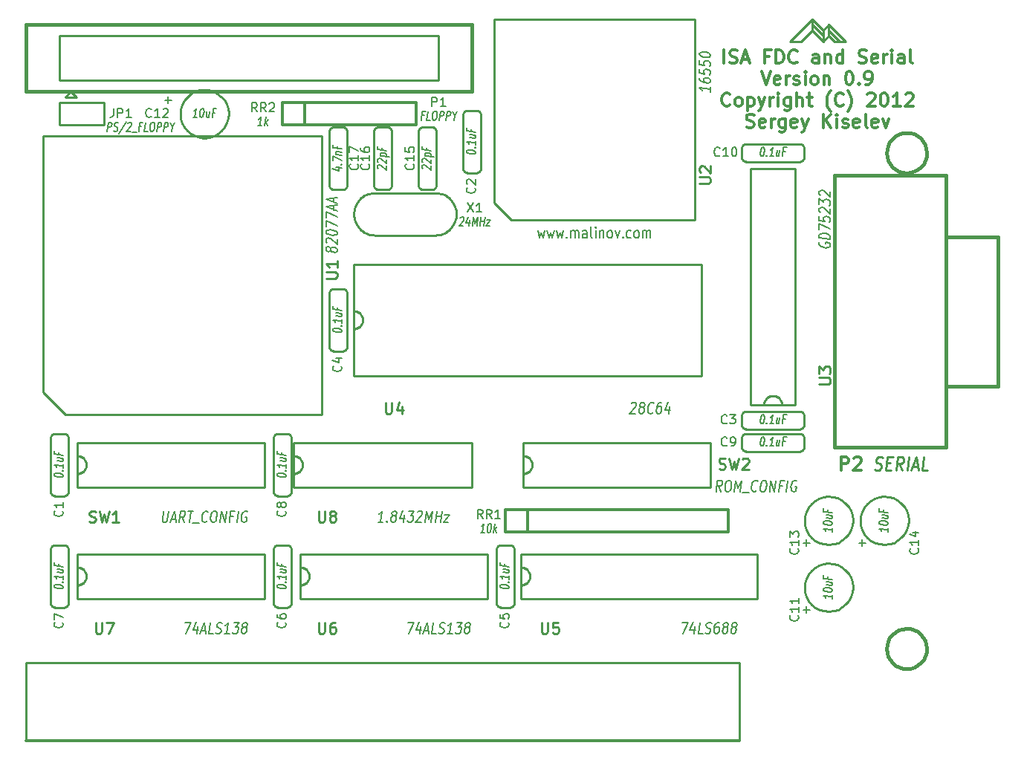
<source format=gto>
G04 (created by PCBNEW-RS274X (2012-01-19 BZR 3256)-stable) date 11/27/2012 11:43:37 PM*
G01*
G70*
G90*
%MOIN*%
G04 Gerber Fmt 3.4, Leading zero omitted, Abs format*
%FSLAX34Y34*%
G04 APERTURE LIST*
%ADD10C,0.006000*%
%ADD11C,0.008000*%
%ADD12C,0.010000*%
%ADD13C,0.012000*%
%ADD14C,0.015000*%
G04 APERTURE END LIST*
G54D10*
G54D11*
X62958Y-29994D02*
X63034Y-30327D01*
X63111Y-30089D01*
X63187Y-30327D01*
X63263Y-29994D01*
X63377Y-29994D02*
X63453Y-30327D01*
X63530Y-30089D01*
X63606Y-30327D01*
X63682Y-29994D01*
X63796Y-29994D02*
X63872Y-30327D01*
X63949Y-30089D01*
X64025Y-30327D01*
X64101Y-29994D01*
X64253Y-30280D02*
X64272Y-30304D01*
X64253Y-30327D01*
X64234Y-30304D01*
X64253Y-30280D01*
X64253Y-30327D01*
X64443Y-30327D02*
X64443Y-29994D01*
X64443Y-30042D02*
X64462Y-30018D01*
X64500Y-29994D01*
X64558Y-29994D01*
X64596Y-30018D01*
X64615Y-30065D01*
X64615Y-30327D01*
X64615Y-30065D02*
X64634Y-30018D01*
X64672Y-29994D01*
X64729Y-29994D01*
X64767Y-30018D01*
X64786Y-30065D01*
X64786Y-30327D01*
X65148Y-30327D02*
X65148Y-30065D01*
X65129Y-30018D01*
X65091Y-29994D01*
X65014Y-29994D01*
X64976Y-30018D01*
X65148Y-30304D02*
X65110Y-30327D01*
X65014Y-30327D01*
X64976Y-30304D01*
X64957Y-30256D01*
X64957Y-30208D01*
X64976Y-30161D01*
X65014Y-30137D01*
X65110Y-30137D01*
X65148Y-30113D01*
X65395Y-30327D02*
X65357Y-30304D01*
X65338Y-30256D01*
X65338Y-29827D01*
X65548Y-30327D02*
X65548Y-29994D01*
X65548Y-29827D02*
X65529Y-29851D01*
X65548Y-29875D01*
X65567Y-29851D01*
X65548Y-29827D01*
X65548Y-29875D01*
X65738Y-29994D02*
X65738Y-30327D01*
X65738Y-30042D02*
X65757Y-30018D01*
X65795Y-29994D01*
X65853Y-29994D01*
X65891Y-30018D01*
X65910Y-30065D01*
X65910Y-30327D01*
X66157Y-30327D02*
X66119Y-30304D01*
X66100Y-30280D01*
X66081Y-30232D01*
X66081Y-30089D01*
X66100Y-30042D01*
X66119Y-30018D01*
X66157Y-29994D01*
X66215Y-29994D01*
X66253Y-30018D01*
X66272Y-30042D01*
X66291Y-30089D01*
X66291Y-30232D01*
X66272Y-30280D01*
X66253Y-30304D01*
X66215Y-30327D01*
X66157Y-30327D01*
X66424Y-29994D02*
X66519Y-30327D01*
X66615Y-29994D01*
X66767Y-30280D02*
X66786Y-30304D01*
X66767Y-30327D01*
X66748Y-30304D01*
X66767Y-30280D01*
X66767Y-30327D01*
X67129Y-30304D02*
X67091Y-30327D01*
X67014Y-30327D01*
X66976Y-30304D01*
X66957Y-30280D01*
X66938Y-30232D01*
X66938Y-30089D01*
X66957Y-30042D01*
X66976Y-30018D01*
X67014Y-29994D01*
X67091Y-29994D01*
X67129Y-30018D01*
X67357Y-30327D02*
X67319Y-30304D01*
X67300Y-30280D01*
X67281Y-30232D01*
X67281Y-30089D01*
X67300Y-30042D01*
X67319Y-30018D01*
X67357Y-29994D01*
X67415Y-29994D01*
X67453Y-30018D01*
X67472Y-30042D01*
X67491Y-30089D01*
X67491Y-30232D01*
X67472Y-30280D01*
X67453Y-30304D01*
X67415Y-30327D01*
X67357Y-30327D01*
X67662Y-30327D02*
X67662Y-29994D01*
X67662Y-30042D02*
X67681Y-30018D01*
X67719Y-29994D01*
X67777Y-29994D01*
X67815Y-30018D01*
X67834Y-30065D01*
X67834Y-30327D01*
X67834Y-30065D02*
X67853Y-30018D01*
X67891Y-29994D01*
X67948Y-29994D01*
X67986Y-30018D01*
X68005Y-30065D01*
X68005Y-30327D01*
G54D12*
X41875Y-24000D02*
X41750Y-24000D01*
X42250Y-24000D02*
X41875Y-24000D01*
X42000Y-23750D02*
X42250Y-24000D01*
X41750Y-24000D02*
X42000Y-23750D01*
G54D13*
X71301Y-22493D02*
X71301Y-21893D01*
X71558Y-22464D02*
X71644Y-22493D01*
X71787Y-22493D01*
X71844Y-22464D01*
X71873Y-22436D01*
X71901Y-22379D01*
X71901Y-22321D01*
X71873Y-22264D01*
X71844Y-22236D01*
X71787Y-22207D01*
X71673Y-22179D01*
X71615Y-22150D01*
X71587Y-22121D01*
X71558Y-22064D01*
X71558Y-22007D01*
X71587Y-21950D01*
X71615Y-21921D01*
X71673Y-21893D01*
X71815Y-21893D01*
X71901Y-21921D01*
X72129Y-22321D02*
X72415Y-22321D01*
X72072Y-22493D02*
X72272Y-21893D01*
X72472Y-22493D01*
X73329Y-22179D02*
X73129Y-22179D01*
X73129Y-22493D02*
X73129Y-21893D01*
X73415Y-21893D01*
X73643Y-22493D02*
X73643Y-21893D01*
X73786Y-21893D01*
X73871Y-21921D01*
X73929Y-21979D01*
X73957Y-22036D01*
X73986Y-22150D01*
X73986Y-22236D01*
X73957Y-22350D01*
X73929Y-22407D01*
X73871Y-22464D01*
X73786Y-22493D01*
X73643Y-22493D01*
X74586Y-22436D02*
X74557Y-22464D01*
X74471Y-22493D01*
X74414Y-22493D01*
X74329Y-22464D01*
X74271Y-22407D01*
X74243Y-22350D01*
X74214Y-22236D01*
X74214Y-22150D01*
X74243Y-22036D01*
X74271Y-21979D01*
X74329Y-21921D01*
X74414Y-21893D01*
X74471Y-21893D01*
X74557Y-21921D01*
X74586Y-21950D01*
X75557Y-22493D02*
X75557Y-22179D01*
X75528Y-22121D01*
X75471Y-22093D01*
X75357Y-22093D01*
X75300Y-22121D01*
X75557Y-22464D02*
X75500Y-22493D01*
X75357Y-22493D01*
X75300Y-22464D01*
X75271Y-22407D01*
X75271Y-22350D01*
X75300Y-22293D01*
X75357Y-22264D01*
X75500Y-22264D01*
X75557Y-22236D01*
X75843Y-22093D02*
X75843Y-22493D01*
X75843Y-22150D02*
X75871Y-22121D01*
X75929Y-22093D01*
X76014Y-22093D01*
X76071Y-22121D01*
X76100Y-22179D01*
X76100Y-22493D01*
X76643Y-22493D02*
X76643Y-21893D01*
X76643Y-22464D02*
X76586Y-22493D01*
X76472Y-22493D01*
X76414Y-22464D01*
X76386Y-22436D01*
X76357Y-22379D01*
X76357Y-22207D01*
X76386Y-22150D01*
X76414Y-22121D01*
X76472Y-22093D01*
X76586Y-22093D01*
X76643Y-22121D01*
X77357Y-22464D02*
X77443Y-22493D01*
X77586Y-22493D01*
X77643Y-22464D01*
X77672Y-22436D01*
X77700Y-22379D01*
X77700Y-22321D01*
X77672Y-22264D01*
X77643Y-22236D01*
X77586Y-22207D01*
X77472Y-22179D01*
X77414Y-22150D01*
X77386Y-22121D01*
X77357Y-22064D01*
X77357Y-22007D01*
X77386Y-21950D01*
X77414Y-21921D01*
X77472Y-21893D01*
X77614Y-21893D01*
X77700Y-21921D01*
X78185Y-22464D02*
X78128Y-22493D01*
X78014Y-22493D01*
X77957Y-22464D01*
X77928Y-22407D01*
X77928Y-22179D01*
X77957Y-22121D01*
X78014Y-22093D01*
X78128Y-22093D01*
X78185Y-22121D01*
X78214Y-22179D01*
X78214Y-22236D01*
X77928Y-22293D01*
X78471Y-22493D02*
X78471Y-22093D01*
X78471Y-22207D02*
X78499Y-22150D01*
X78528Y-22121D01*
X78585Y-22093D01*
X78642Y-22093D01*
X78842Y-22493D02*
X78842Y-22093D01*
X78842Y-21893D02*
X78813Y-21921D01*
X78842Y-21950D01*
X78870Y-21921D01*
X78842Y-21893D01*
X78842Y-21950D01*
X79385Y-22493D02*
X79385Y-22179D01*
X79356Y-22121D01*
X79299Y-22093D01*
X79185Y-22093D01*
X79128Y-22121D01*
X79385Y-22464D02*
X79328Y-22493D01*
X79185Y-22493D01*
X79128Y-22464D01*
X79099Y-22407D01*
X79099Y-22350D01*
X79128Y-22293D01*
X79185Y-22264D01*
X79328Y-22264D01*
X79385Y-22236D01*
X79757Y-22493D02*
X79699Y-22464D01*
X79671Y-22407D01*
X79671Y-21893D01*
X72986Y-22853D02*
X73186Y-23453D01*
X73386Y-22853D01*
X73814Y-23424D02*
X73757Y-23453D01*
X73643Y-23453D01*
X73586Y-23424D01*
X73557Y-23367D01*
X73557Y-23139D01*
X73586Y-23081D01*
X73643Y-23053D01*
X73757Y-23053D01*
X73814Y-23081D01*
X73843Y-23139D01*
X73843Y-23196D01*
X73557Y-23253D01*
X74100Y-23453D02*
X74100Y-23053D01*
X74100Y-23167D02*
X74128Y-23110D01*
X74157Y-23081D01*
X74214Y-23053D01*
X74271Y-23053D01*
X74442Y-23424D02*
X74499Y-23453D01*
X74614Y-23453D01*
X74671Y-23424D01*
X74699Y-23367D01*
X74699Y-23339D01*
X74671Y-23281D01*
X74614Y-23253D01*
X74528Y-23253D01*
X74471Y-23224D01*
X74442Y-23167D01*
X74442Y-23139D01*
X74471Y-23081D01*
X74528Y-23053D01*
X74614Y-23053D01*
X74671Y-23081D01*
X74957Y-23453D02*
X74957Y-23053D01*
X74957Y-22853D02*
X74928Y-22881D01*
X74957Y-22910D01*
X74985Y-22881D01*
X74957Y-22853D01*
X74957Y-22910D01*
X75329Y-23453D02*
X75271Y-23424D01*
X75243Y-23396D01*
X75214Y-23339D01*
X75214Y-23167D01*
X75243Y-23110D01*
X75271Y-23081D01*
X75329Y-23053D01*
X75414Y-23053D01*
X75471Y-23081D01*
X75500Y-23110D01*
X75529Y-23167D01*
X75529Y-23339D01*
X75500Y-23396D01*
X75471Y-23424D01*
X75414Y-23453D01*
X75329Y-23453D01*
X75786Y-23053D02*
X75786Y-23453D01*
X75786Y-23110D02*
X75814Y-23081D01*
X75872Y-23053D01*
X75957Y-23053D01*
X76014Y-23081D01*
X76043Y-23139D01*
X76043Y-23453D01*
X76900Y-22853D02*
X76957Y-22853D01*
X77014Y-22881D01*
X77043Y-22910D01*
X77072Y-22967D01*
X77100Y-23081D01*
X77100Y-23224D01*
X77072Y-23339D01*
X77043Y-23396D01*
X77014Y-23424D01*
X76957Y-23453D01*
X76900Y-23453D01*
X76843Y-23424D01*
X76814Y-23396D01*
X76786Y-23339D01*
X76757Y-23224D01*
X76757Y-23081D01*
X76786Y-22967D01*
X76814Y-22910D01*
X76843Y-22881D01*
X76900Y-22853D01*
X77357Y-23396D02*
X77385Y-23424D01*
X77357Y-23453D01*
X77328Y-23424D01*
X77357Y-23396D01*
X77357Y-23453D01*
X77671Y-23453D02*
X77786Y-23453D01*
X77843Y-23424D01*
X77871Y-23396D01*
X77929Y-23310D01*
X77957Y-23196D01*
X77957Y-22967D01*
X77929Y-22910D01*
X77900Y-22881D01*
X77843Y-22853D01*
X77729Y-22853D01*
X77671Y-22881D01*
X77643Y-22910D01*
X77614Y-22967D01*
X77614Y-23110D01*
X77643Y-23167D01*
X77671Y-23196D01*
X77729Y-23224D01*
X77843Y-23224D01*
X77900Y-23196D01*
X77929Y-23167D01*
X77957Y-23110D01*
X71573Y-24356D02*
X71544Y-24384D01*
X71458Y-24413D01*
X71401Y-24413D01*
X71316Y-24384D01*
X71258Y-24327D01*
X71230Y-24270D01*
X71201Y-24156D01*
X71201Y-24070D01*
X71230Y-23956D01*
X71258Y-23899D01*
X71316Y-23841D01*
X71401Y-23813D01*
X71458Y-23813D01*
X71544Y-23841D01*
X71573Y-23870D01*
X71916Y-24413D02*
X71858Y-24384D01*
X71830Y-24356D01*
X71801Y-24299D01*
X71801Y-24127D01*
X71830Y-24070D01*
X71858Y-24041D01*
X71916Y-24013D01*
X72001Y-24013D01*
X72058Y-24041D01*
X72087Y-24070D01*
X72116Y-24127D01*
X72116Y-24299D01*
X72087Y-24356D01*
X72058Y-24384D01*
X72001Y-24413D01*
X71916Y-24413D01*
X72373Y-24013D02*
X72373Y-24613D01*
X72373Y-24041D02*
X72430Y-24013D01*
X72544Y-24013D01*
X72601Y-24041D01*
X72630Y-24070D01*
X72659Y-24127D01*
X72659Y-24299D01*
X72630Y-24356D01*
X72601Y-24384D01*
X72544Y-24413D01*
X72430Y-24413D01*
X72373Y-24384D01*
X72859Y-24013D02*
X73002Y-24413D01*
X73144Y-24013D02*
X73002Y-24413D01*
X72944Y-24556D01*
X72916Y-24584D01*
X72859Y-24613D01*
X73373Y-24413D02*
X73373Y-24013D01*
X73373Y-24127D02*
X73401Y-24070D01*
X73430Y-24041D01*
X73487Y-24013D01*
X73544Y-24013D01*
X73744Y-24413D02*
X73744Y-24013D01*
X73744Y-23813D02*
X73715Y-23841D01*
X73744Y-23870D01*
X73772Y-23841D01*
X73744Y-23813D01*
X73744Y-23870D01*
X74287Y-24013D02*
X74287Y-24499D01*
X74258Y-24556D01*
X74230Y-24584D01*
X74173Y-24613D01*
X74087Y-24613D01*
X74030Y-24584D01*
X74287Y-24384D02*
X74230Y-24413D01*
X74116Y-24413D01*
X74058Y-24384D01*
X74030Y-24356D01*
X74001Y-24299D01*
X74001Y-24127D01*
X74030Y-24070D01*
X74058Y-24041D01*
X74116Y-24013D01*
X74230Y-24013D01*
X74287Y-24041D01*
X74573Y-24413D02*
X74573Y-23813D01*
X74830Y-24413D02*
X74830Y-24099D01*
X74801Y-24041D01*
X74744Y-24013D01*
X74659Y-24013D01*
X74601Y-24041D01*
X74573Y-24070D01*
X75030Y-24013D02*
X75259Y-24013D01*
X75116Y-23813D02*
X75116Y-24327D01*
X75144Y-24384D01*
X75202Y-24413D01*
X75259Y-24413D01*
X76087Y-24641D02*
X76059Y-24613D01*
X76002Y-24527D01*
X75973Y-24470D01*
X75944Y-24384D01*
X75916Y-24241D01*
X75916Y-24127D01*
X75944Y-23984D01*
X75973Y-23899D01*
X76002Y-23841D01*
X76059Y-23756D01*
X76087Y-23727D01*
X76659Y-24356D02*
X76630Y-24384D01*
X76544Y-24413D01*
X76487Y-24413D01*
X76402Y-24384D01*
X76344Y-24327D01*
X76316Y-24270D01*
X76287Y-24156D01*
X76287Y-24070D01*
X76316Y-23956D01*
X76344Y-23899D01*
X76402Y-23841D01*
X76487Y-23813D01*
X76544Y-23813D01*
X76630Y-23841D01*
X76659Y-23870D01*
X76859Y-24641D02*
X76887Y-24613D01*
X76944Y-24527D01*
X76973Y-24470D01*
X77002Y-24384D01*
X77030Y-24241D01*
X77030Y-24127D01*
X77002Y-23984D01*
X76973Y-23899D01*
X76944Y-23841D01*
X76887Y-23756D01*
X76859Y-23727D01*
X77744Y-23870D02*
X77773Y-23841D01*
X77830Y-23813D01*
X77973Y-23813D01*
X78030Y-23841D01*
X78059Y-23870D01*
X78087Y-23927D01*
X78087Y-23984D01*
X78059Y-24070D01*
X77716Y-24413D01*
X78087Y-24413D01*
X78458Y-23813D02*
X78515Y-23813D01*
X78572Y-23841D01*
X78601Y-23870D01*
X78630Y-23927D01*
X78658Y-24041D01*
X78658Y-24184D01*
X78630Y-24299D01*
X78601Y-24356D01*
X78572Y-24384D01*
X78515Y-24413D01*
X78458Y-24413D01*
X78401Y-24384D01*
X78372Y-24356D01*
X78344Y-24299D01*
X78315Y-24184D01*
X78315Y-24041D01*
X78344Y-23927D01*
X78372Y-23870D01*
X78401Y-23841D01*
X78458Y-23813D01*
X79229Y-24413D02*
X78886Y-24413D01*
X79058Y-24413D02*
X79058Y-23813D01*
X79001Y-23899D01*
X78943Y-23956D01*
X78886Y-23984D01*
X79457Y-23870D02*
X79486Y-23841D01*
X79543Y-23813D01*
X79686Y-23813D01*
X79743Y-23841D01*
X79772Y-23870D01*
X79800Y-23927D01*
X79800Y-23984D01*
X79772Y-24070D01*
X79429Y-24413D01*
X79800Y-24413D01*
X72315Y-25344D02*
X72401Y-25373D01*
X72544Y-25373D01*
X72601Y-25344D01*
X72630Y-25316D01*
X72658Y-25259D01*
X72658Y-25201D01*
X72630Y-25144D01*
X72601Y-25116D01*
X72544Y-25087D01*
X72430Y-25059D01*
X72372Y-25030D01*
X72344Y-25001D01*
X72315Y-24944D01*
X72315Y-24887D01*
X72344Y-24830D01*
X72372Y-24801D01*
X72430Y-24773D01*
X72572Y-24773D01*
X72658Y-24801D01*
X73143Y-25344D02*
X73086Y-25373D01*
X72972Y-25373D01*
X72915Y-25344D01*
X72886Y-25287D01*
X72886Y-25059D01*
X72915Y-25001D01*
X72972Y-24973D01*
X73086Y-24973D01*
X73143Y-25001D01*
X73172Y-25059D01*
X73172Y-25116D01*
X72886Y-25173D01*
X73429Y-25373D02*
X73429Y-24973D01*
X73429Y-25087D02*
X73457Y-25030D01*
X73486Y-25001D01*
X73543Y-24973D01*
X73600Y-24973D01*
X74057Y-24973D02*
X74057Y-25459D01*
X74028Y-25516D01*
X74000Y-25544D01*
X73943Y-25573D01*
X73857Y-25573D01*
X73800Y-25544D01*
X74057Y-25344D02*
X74000Y-25373D01*
X73886Y-25373D01*
X73828Y-25344D01*
X73800Y-25316D01*
X73771Y-25259D01*
X73771Y-25087D01*
X73800Y-25030D01*
X73828Y-25001D01*
X73886Y-24973D01*
X74000Y-24973D01*
X74057Y-25001D01*
X74571Y-25344D02*
X74514Y-25373D01*
X74400Y-25373D01*
X74343Y-25344D01*
X74314Y-25287D01*
X74314Y-25059D01*
X74343Y-25001D01*
X74400Y-24973D01*
X74514Y-24973D01*
X74571Y-25001D01*
X74600Y-25059D01*
X74600Y-25116D01*
X74314Y-25173D01*
X74800Y-24973D02*
X74943Y-25373D01*
X75085Y-24973D02*
X74943Y-25373D01*
X74885Y-25516D01*
X74857Y-25544D01*
X74800Y-25573D01*
X75771Y-25373D02*
X75771Y-24773D01*
X76114Y-25373D02*
X75857Y-25030D01*
X76114Y-24773D02*
X75771Y-25116D01*
X76371Y-25373D02*
X76371Y-24973D01*
X76371Y-24773D02*
X76342Y-24801D01*
X76371Y-24830D01*
X76399Y-24801D01*
X76371Y-24773D01*
X76371Y-24830D01*
X76628Y-25344D02*
X76685Y-25373D01*
X76800Y-25373D01*
X76857Y-25344D01*
X76885Y-25287D01*
X76885Y-25259D01*
X76857Y-25201D01*
X76800Y-25173D01*
X76714Y-25173D01*
X76657Y-25144D01*
X76628Y-25087D01*
X76628Y-25059D01*
X76657Y-25001D01*
X76714Y-24973D01*
X76800Y-24973D01*
X76857Y-25001D01*
X77371Y-25344D02*
X77314Y-25373D01*
X77200Y-25373D01*
X77143Y-25344D01*
X77114Y-25287D01*
X77114Y-25059D01*
X77143Y-25001D01*
X77200Y-24973D01*
X77314Y-24973D01*
X77371Y-25001D01*
X77400Y-25059D01*
X77400Y-25116D01*
X77114Y-25173D01*
X77743Y-25373D02*
X77685Y-25344D01*
X77657Y-25287D01*
X77657Y-24773D01*
X78199Y-25344D02*
X78142Y-25373D01*
X78028Y-25373D01*
X77971Y-25344D01*
X77942Y-25287D01*
X77942Y-25059D01*
X77971Y-25001D01*
X78028Y-24973D01*
X78142Y-24973D01*
X78199Y-25001D01*
X78228Y-25059D01*
X78228Y-25116D01*
X77942Y-25173D01*
X78428Y-24973D02*
X78571Y-25373D01*
X78713Y-24973D01*
G54D12*
X76000Y-21000D02*
X76500Y-21500D01*
X75250Y-20750D02*
X75750Y-21250D01*
X76000Y-20750D02*
X76000Y-21250D01*
X75750Y-21000D02*
X75750Y-21500D01*
X75250Y-20500D02*
X75250Y-21000D01*
X74750Y-21500D02*
X74250Y-21500D01*
X75250Y-21000D02*
X74750Y-21500D01*
X75750Y-21500D02*
X75250Y-21000D01*
X76000Y-21250D02*
X75750Y-21500D01*
X76250Y-21500D02*
X76000Y-21250D01*
X76750Y-21500D02*
X76250Y-21500D01*
X76000Y-20750D02*
X76750Y-21500D01*
X75750Y-21000D02*
X76000Y-20750D01*
X75250Y-20500D02*
X75750Y-21000D01*
X74250Y-21500D02*
X75250Y-20500D01*
G54D14*
X40000Y-23750D02*
X40000Y-20750D01*
X60000Y-23750D02*
X40000Y-23750D01*
X60000Y-20750D02*
X60000Y-23750D01*
X40000Y-20750D02*
X60000Y-20750D01*
X80400Y-26500D02*
X80382Y-26674D01*
X80332Y-26842D01*
X80249Y-26998D01*
X80138Y-27134D01*
X80003Y-27246D01*
X79848Y-27329D01*
X79680Y-27381D01*
X79506Y-27399D01*
X79332Y-27384D01*
X79163Y-27334D01*
X79008Y-27253D01*
X78871Y-27143D01*
X78758Y-27008D01*
X78673Y-26854D01*
X78620Y-26687D01*
X78601Y-26512D01*
X78615Y-26338D01*
X78664Y-26169D01*
X78744Y-26013D01*
X78853Y-25875D01*
X78987Y-25761D01*
X79140Y-25676D01*
X79307Y-25621D01*
X79482Y-25601D01*
X79656Y-25614D01*
X79825Y-25661D01*
X79982Y-25741D01*
X80120Y-25849D01*
X80235Y-25982D01*
X80322Y-26134D01*
X80377Y-26301D01*
X80399Y-26475D01*
X80400Y-26500D01*
X80400Y-48750D02*
X80382Y-48924D01*
X80332Y-49092D01*
X80249Y-49248D01*
X80138Y-49384D01*
X80003Y-49496D01*
X79848Y-49579D01*
X79680Y-49631D01*
X79506Y-49649D01*
X79332Y-49634D01*
X79163Y-49584D01*
X79008Y-49503D01*
X78871Y-49393D01*
X78758Y-49258D01*
X78673Y-49104D01*
X78620Y-48937D01*
X78601Y-48762D01*
X78615Y-48588D01*
X78664Y-48419D01*
X78744Y-48263D01*
X78853Y-48125D01*
X78987Y-48011D01*
X79140Y-47926D01*
X79307Y-47871D01*
X79482Y-47851D01*
X79656Y-47864D01*
X79825Y-47911D01*
X79982Y-47991D01*
X80120Y-48099D01*
X80235Y-48232D01*
X80322Y-48384D01*
X80377Y-48551D01*
X80399Y-48725D01*
X80400Y-48750D01*
G54D12*
X77083Y-46000D02*
X77062Y-46210D01*
X77001Y-46412D01*
X76902Y-46599D01*
X76768Y-46763D01*
X76605Y-46897D01*
X76419Y-46998D01*
X76217Y-47060D01*
X76007Y-47082D01*
X75798Y-47063D01*
X75595Y-47004D01*
X75407Y-46906D01*
X75243Y-46773D01*
X75107Y-46611D01*
X75005Y-46426D01*
X74941Y-46225D01*
X74918Y-46015D01*
X74935Y-45805D01*
X74994Y-45602D01*
X75090Y-45414D01*
X75221Y-45248D01*
X75382Y-45111D01*
X75567Y-45008D01*
X75768Y-44943D01*
X75978Y-44918D01*
X76188Y-44934D01*
X76391Y-44991D01*
X76580Y-45086D01*
X76746Y-45216D01*
X76884Y-45376D01*
X76989Y-45560D01*
X77056Y-45761D01*
X77082Y-45970D01*
X77083Y-46000D01*
X49083Y-24750D02*
X49062Y-24960D01*
X49001Y-25162D01*
X48902Y-25349D01*
X48768Y-25513D01*
X48605Y-25647D01*
X48419Y-25748D01*
X48217Y-25810D01*
X48007Y-25832D01*
X47798Y-25813D01*
X47595Y-25754D01*
X47407Y-25656D01*
X47243Y-25523D01*
X47107Y-25361D01*
X47005Y-25176D01*
X46941Y-24975D01*
X46918Y-24765D01*
X46935Y-24555D01*
X46994Y-24352D01*
X47090Y-24164D01*
X47221Y-23998D01*
X47382Y-23861D01*
X47567Y-23758D01*
X47768Y-23693D01*
X47978Y-23668D01*
X48188Y-23684D01*
X48391Y-23741D01*
X48580Y-23836D01*
X48746Y-23966D01*
X48884Y-24126D01*
X48989Y-24310D01*
X49056Y-24511D01*
X49082Y-24720D01*
X49083Y-24750D01*
X77083Y-43000D02*
X77062Y-43210D01*
X77001Y-43412D01*
X76902Y-43599D01*
X76768Y-43763D01*
X76605Y-43897D01*
X76419Y-43998D01*
X76217Y-44060D01*
X76007Y-44082D01*
X75798Y-44063D01*
X75595Y-44004D01*
X75407Y-43906D01*
X75243Y-43773D01*
X75107Y-43611D01*
X75005Y-43426D01*
X74941Y-43225D01*
X74918Y-43015D01*
X74935Y-42805D01*
X74994Y-42602D01*
X75090Y-42414D01*
X75221Y-42248D01*
X75382Y-42111D01*
X75567Y-42008D01*
X75768Y-41943D01*
X75978Y-41918D01*
X76188Y-41934D01*
X76391Y-41991D01*
X76580Y-42086D01*
X76746Y-42216D01*
X76884Y-42376D01*
X76989Y-42560D01*
X77056Y-42761D01*
X77082Y-42970D01*
X77083Y-43000D01*
G54D13*
X51500Y-25250D02*
X51500Y-24250D01*
X51500Y-24250D02*
X57500Y-24250D01*
X57500Y-24250D02*
X57500Y-25250D01*
X57500Y-25250D02*
X51500Y-25250D01*
X52500Y-25250D02*
X52500Y-24250D01*
X61500Y-43500D02*
X61500Y-42500D01*
X61500Y-42500D02*
X71500Y-42500D01*
X71500Y-42500D02*
X71500Y-43500D01*
X71500Y-43500D02*
X61500Y-43500D01*
X62500Y-43500D02*
X62500Y-42500D01*
G54D12*
X41500Y-23250D02*
X58500Y-23250D01*
X58500Y-21250D02*
X41500Y-21250D01*
X41500Y-23250D02*
X41500Y-21250D01*
X58500Y-21250D02*
X58500Y-23250D01*
X62200Y-45900D02*
X62234Y-45898D01*
X62269Y-45893D01*
X62303Y-45886D01*
X62336Y-45875D01*
X62369Y-45862D01*
X62400Y-45846D01*
X62429Y-45827D01*
X62457Y-45806D01*
X62482Y-45782D01*
X62506Y-45757D01*
X62527Y-45729D01*
X62546Y-45699D01*
X62562Y-45669D01*
X62575Y-45636D01*
X62586Y-45603D01*
X62593Y-45569D01*
X62598Y-45534D01*
X62600Y-45500D01*
X62600Y-45500D02*
X62598Y-45466D01*
X62593Y-45431D01*
X62586Y-45397D01*
X62575Y-45364D01*
X62562Y-45331D01*
X62546Y-45301D01*
X62527Y-45271D01*
X62506Y-45243D01*
X62482Y-45218D01*
X62457Y-45194D01*
X62429Y-45173D01*
X62400Y-45154D01*
X62369Y-45138D01*
X62336Y-45125D01*
X62303Y-45114D01*
X62269Y-45107D01*
X62234Y-45102D01*
X62200Y-45100D01*
X62200Y-44500D02*
X72800Y-44500D01*
X72800Y-44500D02*
X72800Y-46500D01*
X72800Y-46500D02*
X62200Y-46500D01*
X62200Y-46500D02*
X62200Y-44500D01*
X73900Y-37800D02*
X73898Y-37766D01*
X73893Y-37731D01*
X73886Y-37697D01*
X73875Y-37664D01*
X73862Y-37631D01*
X73846Y-37601D01*
X73827Y-37571D01*
X73806Y-37543D01*
X73782Y-37518D01*
X73757Y-37494D01*
X73729Y-37473D01*
X73700Y-37454D01*
X73669Y-37438D01*
X73636Y-37425D01*
X73603Y-37414D01*
X73569Y-37407D01*
X73534Y-37402D01*
X73500Y-37400D01*
X73500Y-37400D02*
X73466Y-37402D01*
X73431Y-37407D01*
X73397Y-37414D01*
X73364Y-37425D01*
X73331Y-37438D01*
X73301Y-37454D01*
X73271Y-37473D01*
X73243Y-37494D01*
X73218Y-37518D01*
X73194Y-37543D01*
X73173Y-37571D01*
X73154Y-37601D01*
X73138Y-37631D01*
X73125Y-37664D01*
X73114Y-37697D01*
X73107Y-37731D01*
X73102Y-37766D01*
X73100Y-37800D01*
X72500Y-37800D02*
X72500Y-27200D01*
X72500Y-27200D02*
X74500Y-27200D01*
X74500Y-27200D02*
X74500Y-37800D01*
X74500Y-37800D02*
X72500Y-37800D01*
X42300Y-45900D02*
X42334Y-45898D01*
X42369Y-45893D01*
X42403Y-45886D01*
X42436Y-45875D01*
X42469Y-45862D01*
X42500Y-45846D01*
X42529Y-45827D01*
X42557Y-45806D01*
X42582Y-45782D01*
X42606Y-45757D01*
X42627Y-45729D01*
X42646Y-45699D01*
X42662Y-45669D01*
X42675Y-45636D01*
X42686Y-45603D01*
X42693Y-45569D01*
X42698Y-45534D01*
X42700Y-45500D01*
X42700Y-45500D02*
X42698Y-45466D01*
X42693Y-45431D01*
X42686Y-45397D01*
X42675Y-45364D01*
X42662Y-45331D01*
X42646Y-45301D01*
X42627Y-45271D01*
X42606Y-45243D01*
X42582Y-45218D01*
X42557Y-45194D01*
X42529Y-45173D01*
X42500Y-45154D01*
X42469Y-45138D01*
X42436Y-45125D01*
X42403Y-45114D01*
X42369Y-45107D01*
X42334Y-45102D01*
X42300Y-45100D01*
X42300Y-44500D02*
X50700Y-44500D01*
X50700Y-44500D02*
X50700Y-46500D01*
X50700Y-46500D02*
X42300Y-46500D01*
X42300Y-46500D02*
X42300Y-44500D01*
X52300Y-45900D02*
X52334Y-45898D01*
X52369Y-45893D01*
X52403Y-45886D01*
X52436Y-45875D01*
X52469Y-45862D01*
X52500Y-45846D01*
X52529Y-45827D01*
X52557Y-45806D01*
X52582Y-45782D01*
X52606Y-45757D01*
X52627Y-45729D01*
X52646Y-45699D01*
X52662Y-45669D01*
X52675Y-45636D01*
X52686Y-45603D01*
X52693Y-45569D01*
X52698Y-45534D01*
X52700Y-45500D01*
X52700Y-45500D02*
X52698Y-45466D01*
X52693Y-45431D01*
X52686Y-45397D01*
X52675Y-45364D01*
X52662Y-45331D01*
X52646Y-45301D01*
X52627Y-45271D01*
X52606Y-45243D01*
X52582Y-45218D01*
X52557Y-45194D01*
X52529Y-45173D01*
X52500Y-45154D01*
X52469Y-45138D01*
X52436Y-45125D01*
X52403Y-45114D01*
X52369Y-45107D01*
X52334Y-45102D01*
X52300Y-45100D01*
X52300Y-44500D02*
X60700Y-44500D01*
X60700Y-44500D02*
X60700Y-46500D01*
X60700Y-46500D02*
X52300Y-46500D01*
X52300Y-46500D02*
X52300Y-44500D01*
X62300Y-40900D02*
X62334Y-40898D01*
X62369Y-40893D01*
X62403Y-40886D01*
X62436Y-40875D01*
X62469Y-40862D01*
X62500Y-40846D01*
X62529Y-40827D01*
X62557Y-40806D01*
X62582Y-40782D01*
X62606Y-40757D01*
X62627Y-40729D01*
X62646Y-40699D01*
X62662Y-40669D01*
X62675Y-40636D01*
X62686Y-40603D01*
X62693Y-40569D01*
X62698Y-40534D01*
X62700Y-40500D01*
X62700Y-40500D02*
X62698Y-40466D01*
X62693Y-40431D01*
X62686Y-40397D01*
X62675Y-40364D01*
X62662Y-40331D01*
X62646Y-40301D01*
X62627Y-40271D01*
X62606Y-40243D01*
X62582Y-40218D01*
X62557Y-40194D01*
X62529Y-40173D01*
X62500Y-40154D01*
X62469Y-40138D01*
X62436Y-40125D01*
X62403Y-40114D01*
X62369Y-40107D01*
X62334Y-40102D01*
X62300Y-40100D01*
X62300Y-39500D02*
X70700Y-39500D01*
X70700Y-39500D02*
X70700Y-41500D01*
X70700Y-41500D02*
X62300Y-41500D01*
X62300Y-41500D02*
X62300Y-39500D01*
X42300Y-40900D02*
X42334Y-40898D01*
X42369Y-40893D01*
X42403Y-40886D01*
X42436Y-40875D01*
X42469Y-40862D01*
X42500Y-40846D01*
X42529Y-40827D01*
X42557Y-40806D01*
X42582Y-40782D01*
X42606Y-40757D01*
X42627Y-40729D01*
X42646Y-40699D01*
X42662Y-40669D01*
X42675Y-40636D01*
X42686Y-40603D01*
X42693Y-40569D01*
X42698Y-40534D01*
X42700Y-40500D01*
X42700Y-40500D02*
X42698Y-40466D01*
X42693Y-40431D01*
X42686Y-40397D01*
X42675Y-40364D01*
X42662Y-40331D01*
X42646Y-40301D01*
X42627Y-40271D01*
X42606Y-40243D01*
X42582Y-40218D01*
X42557Y-40194D01*
X42529Y-40173D01*
X42500Y-40154D01*
X42469Y-40138D01*
X42436Y-40125D01*
X42403Y-40114D01*
X42369Y-40107D01*
X42334Y-40102D01*
X42300Y-40100D01*
X42300Y-39500D02*
X50700Y-39500D01*
X50700Y-39500D02*
X50700Y-41500D01*
X50700Y-41500D02*
X42300Y-41500D01*
X42300Y-41500D02*
X42300Y-39500D01*
X52000Y-40900D02*
X52034Y-40898D01*
X52069Y-40893D01*
X52103Y-40886D01*
X52136Y-40875D01*
X52169Y-40862D01*
X52200Y-40846D01*
X52229Y-40827D01*
X52257Y-40806D01*
X52282Y-40782D01*
X52306Y-40757D01*
X52327Y-40729D01*
X52346Y-40699D01*
X52362Y-40669D01*
X52375Y-40636D01*
X52386Y-40603D01*
X52393Y-40569D01*
X52398Y-40534D01*
X52400Y-40500D01*
X52400Y-40500D02*
X52398Y-40466D01*
X52393Y-40431D01*
X52386Y-40397D01*
X52375Y-40364D01*
X52362Y-40331D01*
X52346Y-40301D01*
X52327Y-40271D01*
X52306Y-40243D01*
X52282Y-40218D01*
X52257Y-40194D01*
X52229Y-40173D01*
X52200Y-40154D01*
X52169Y-40138D01*
X52136Y-40125D01*
X52103Y-40114D01*
X52069Y-40107D01*
X52034Y-40102D01*
X52000Y-40100D01*
X60000Y-39500D02*
X52000Y-39500D01*
X52000Y-39500D02*
X52000Y-41500D01*
X52000Y-41500D02*
X60000Y-41500D01*
X60000Y-41500D02*
X60000Y-39500D01*
G54D14*
X83600Y-36970D02*
X81250Y-36970D01*
X81250Y-30270D02*
X83600Y-30270D01*
X83600Y-30270D02*
X83600Y-36970D01*
X76250Y-27520D02*
X81250Y-27520D01*
X81250Y-27520D02*
X81250Y-39720D01*
X81250Y-39720D02*
X76250Y-39720D01*
X76250Y-27520D02*
X76250Y-39720D01*
G54D12*
X41300Y-41900D02*
X41700Y-41900D01*
X41100Y-39300D02*
X41100Y-41700D01*
X41900Y-39300D02*
X41900Y-41700D01*
X41100Y-41700D02*
X41101Y-41717D01*
X41104Y-41734D01*
X41107Y-41751D01*
X41113Y-41768D01*
X41119Y-41784D01*
X41127Y-41799D01*
X41137Y-41814D01*
X41147Y-41828D01*
X41159Y-41841D01*
X41172Y-41853D01*
X41186Y-41863D01*
X41201Y-41873D01*
X41216Y-41881D01*
X41232Y-41887D01*
X41249Y-41893D01*
X41266Y-41896D01*
X41283Y-41899D01*
X41300Y-41900D01*
X41700Y-41900D02*
X41717Y-41899D01*
X41734Y-41896D01*
X41751Y-41893D01*
X41768Y-41887D01*
X41784Y-41881D01*
X41800Y-41873D01*
X41814Y-41863D01*
X41828Y-41853D01*
X41841Y-41841D01*
X41853Y-41828D01*
X41863Y-41814D01*
X41873Y-41799D01*
X41881Y-41784D01*
X41887Y-41768D01*
X41893Y-41751D01*
X41896Y-41734D01*
X41899Y-41717D01*
X41900Y-41700D01*
X41300Y-39100D02*
X41283Y-39101D01*
X41266Y-39104D01*
X41249Y-39107D01*
X41232Y-39113D01*
X41216Y-39119D01*
X41201Y-39127D01*
X41186Y-39137D01*
X41172Y-39147D01*
X41159Y-39159D01*
X41147Y-39172D01*
X41137Y-39186D01*
X41127Y-39201D01*
X41119Y-39216D01*
X41113Y-39232D01*
X41107Y-39249D01*
X41104Y-39266D01*
X41101Y-39283D01*
X41100Y-39300D01*
X41900Y-39300D02*
X41899Y-39283D01*
X41896Y-39266D01*
X41893Y-39249D01*
X41887Y-39232D01*
X41881Y-39216D01*
X41873Y-39201D01*
X41863Y-39186D01*
X41853Y-39172D01*
X41841Y-39159D01*
X41828Y-39147D01*
X41814Y-39137D01*
X41800Y-39127D01*
X41784Y-39119D01*
X41768Y-39113D01*
X41751Y-39107D01*
X41734Y-39104D01*
X41717Y-39101D01*
X41700Y-39100D01*
X41300Y-39100D02*
X41700Y-39100D01*
X72100Y-39300D02*
X72100Y-39700D01*
X74700Y-39100D02*
X72300Y-39100D01*
X74700Y-39900D02*
X72300Y-39900D01*
X72300Y-39100D02*
X72283Y-39101D01*
X72266Y-39104D01*
X72249Y-39107D01*
X72232Y-39113D01*
X72216Y-39119D01*
X72201Y-39127D01*
X72186Y-39137D01*
X72172Y-39147D01*
X72159Y-39159D01*
X72147Y-39172D01*
X72137Y-39186D01*
X72127Y-39201D01*
X72119Y-39216D01*
X72113Y-39232D01*
X72107Y-39249D01*
X72104Y-39266D01*
X72101Y-39283D01*
X72100Y-39300D01*
X72100Y-39700D02*
X72101Y-39717D01*
X72104Y-39734D01*
X72107Y-39751D01*
X72113Y-39768D01*
X72119Y-39784D01*
X72127Y-39799D01*
X72137Y-39814D01*
X72147Y-39828D01*
X72159Y-39841D01*
X72172Y-39853D01*
X72186Y-39863D01*
X72201Y-39873D01*
X72216Y-39881D01*
X72232Y-39887D01*
X72249Y-39893D01*
X72266Y-39896D01*
X72283Y-39899D01*
X72300Y-39900D01*
X74900Y-39300D02*
X74899Y-39283D01*
X74896Y-39266D01*
X74893Y-39249D01*
X74887Y-39232D01*
X74881Y-39216D01*
X74873Y-39201D01*
X74863Y-39186D01*
X74853Y-39172D01*
X74841Y-39159D01*
X74828Y-39147D01*
X74814Y-39137D01*
X74800Y-39127D01*
X74784Y-39119D01*
X74768Y-39113D01*
X74751Y-39107D01*
X74734Y-39104D01*
X74717Y-39101D01*
X74700Y-39100D01*
X74700Y-39900D02*
X74717Y-39899D01*
X74734Y-39896D01*
X74751Y-39893D01*
X74768Y-39887D01*
X74784Y-39881D01*
X74800Y-39873D01*
X74814Y-39863D01*
X74828Y-39853D01*
X74841Y-39841D01*
X74853Y-39828D01*
X74863Y-39814D01*
X74873Y-39799D01*
X74881Y-39784D01*
X74887Y-39768D01*
X74893Y-39751D01*
X74896Y-39734D01*
X74899Y-39717D01*
X74900Y-39700D01*
X74900Y-39300D02*
X74900Y-39700D01*
X51300Y-41900D02*
X51700Y-41900D01*
X51100Y-39300D02*
X51100Y-41700D01*
X51900Y-39300D02*
X51900Y-41700D01*
X51100Y-41700D02*
X51101Y-41717D01*
X51104Y-41734D01*
X51107Y-41751D01*
X51113Y-41768D01*
X51119Y-41784D01*
X51127Y-41799D01*
X51137Y-41814D01*
X51147Y-41828D01*
X51159Y-41841D01*
X51172Y-41853D01*
X51186Y-41863D01*
X51201Y-41873D01*
X51216Y-41881D01*
X51232Y-41887D01*
X51249Y-41893D01*
X51266Y-41896D01*
X51283Y-41899D01*
X51300Y-41900D01*
X51700Y-41900D02*
X51717Y-41899D01*
X51734Y-41896D01*
X51751Y-41893D01*
X51768Y-41887D01*
X51784Y-41881D01*
X51800Y-41873D01*
X51814Y-41863D01*
X51828Y-41853D01*
X51841Y-41841D01*
X51853Y-41828D01*
X51863Y-41814D01*
X51873Y-41799D01*
X51881Y-41784D01*
X51887Y-41768D01*
X51893Y-41751D01*
X51896Y-41734D01*
X51899Y-41717D01*
X51900Y-41700D01*
X51300Y-39100D02*
X51283Y-39101D01*
X51266Y-39104D01*
X51249Y-39107D01*
X51232Y-39113D01*
X51216Y-39119D01*
X51201Y-39127D01*
X51186Y-39137D01*
X51172Y-39147D01*
X51159Y-39159D01*
X51147Y-39172D01*
X51137Y-39186D01*
X51127Y-39201D01*
X51119Y-39216D01*
X51113Y-39232D01*
X51107Y-39249D01*
X51104Y-39266D01*
X51101Y-39283D01*
X51100Y-39300D01*
X51900Y-39300D02*
X51899Y-39283D01*
X51896Y-39266D01*
X51893Y-39249D01*
X51887Y-39232D01*
X51881Y-39216D01*
X51873Y-39201D01*
X51863Y-39186D01*
X51853Y-39172D01*
X51841Y-39159D01*
X51828Y-39147D01*
X51814Y-39137D01*
X51800Y-39127D01*
X51784Y-39119D01*
X51768Y-39113D01*
X51751Y-39107D01*
X51734Y-39104D01*
X51717Y-39101D01*
X51700Y-39100D01*
X51300Y-39100D02*
X51700Y-39100D01*
X41300Y-46900D02*
X41700Y-46900D01*
X41100Y-44300D02*
X41100Y-46700D01*
X41900Y-44300D02*
X41900Y-46700D01*
X41100Y-46700D02*
X41101Y-46717D01*
X41104Y-46734D01*
X41107Y-46751D01*
X41113Y-46768D01*
X41119Y-46784D01*
X41127Y-46799D01*
X41137Y-46814D01*
X41147Y-46828D01*
X41159Y-46841D01*
X41172Y-46853D01*
X41186Y-46863D01*
X41201Y-46873D01*
X41216Y-46881D01*
X41232Y-46887D01*
X41249Y-46893D01*
X41266Y-46896D01*
X41283Y-46899D01*
X41300Y-46900D01*
X41700Y-46900D02*
X41717Y-46899D01*
X41734Y-46896D01*
X41751Y-46893D01*
X41768Y-46887D01*
X41784Y-46881D01*
X41800Y-46873D01*
X41814Y-46863D01*
X41828Y-46853D01*
X41841Y-46841D01*
X41853Y-46828D01*
X41863Y-46814D01*
X41873Y-46799D01*
X41881Y-46784D01*
X41887Y-46768D01*
X41893Y-46751D01*
X41896Y-46734D01*
X41899Y-46717D01*
X41900Y-46700D01*
X41300Y-44100D02*
X41283Y-44101D01*
X41266Y-44104D01*
X41249Y-44107D01*
X41232Y-44113D01*
X41216Y-44119D01*
X41201Y-44127D01*
X41186Y-44137D01*
X41172Y-44147D01*
X41159Y-44159D01*
X41147Y-44172D01*
X41137Y-44186D01*
X41127Y-44201D01*
X41119Y-44216D01*
X41113Y-44232D01*
X41107Y-44249D01*
X41104Y-44266D01*
X41101Y-44283D01*
X41100Y-44300D01*
X41900Y-44300D02*
X41899Y-44283D01*
X41896Y-44266D01*
X41893Y-44249D01*
X41887Y-44232D01*
X41881Y-44216D01*
X41873Y-44201D01*
X41863Y-44186D01*
X41853Y-44172D01*
X41841Y-44159D01*
X41828Y-44147D01*
X41814Y-44137D01*
X41800Y-44127D01*
X41784Y-44119D01*
X41768Y-44113D01*
X41751Y-44107D01*
X41734Y-44104D01*
X41717Y-44101D01*
X41700Y-44100D01*
X41300Y-44100D02*
X41700Y-44100D01*
X51300Y-46900D02*
X51700Y-46900D01*
X51100Y-44300D02*
X51100Y-46700D01*
X51900Y-44300D02*
X51900Y-46700D01*
X51100Y-46700D02*
X51101Y-46717D01*
X51104Y-46734D01*
X51107Y-46751D01*
X51113Y-46768D01*
X51119Y-46784D01*
X51127Y-46799D01*
X51137Y-46814D01*
X51147Y-46828D01*
X51159Y-46841D01*
X51172Y-46853D01*
X51186Y-46863D01*
X51201Y-46873D01*
X51216Y-46881D01*
X51232Y-46887D01*
X51249Y-46893D01*
X51266Y-46896D01*
X51283Y-46899D01*
X51300Y-46900D01*
X51700Y-46900D02*
X51717Y-46899D01*
X51734Y-46896D01*
X51751Y-46893D01*
X51768Y-46887D01*
X51784Y-46881D01*
X51800Y-46873D01*
X51814Y-46863D01*
X51828Y-46853D01*
X51841Y-46841D01*
X51853Y-46828D01*
X51863Y-46814D01*
X51873Y-46799D01*
X51881Y-46784D01*
X51887Y-46768D01*
X51893Y-46751D01*
X51896Y-46734D01*
X51899Y-46717D01*
X51900Y-46700D01*
X51300Y-44100D02*
X51283Y-44101D01*
X51266Y-44104D01*
X51249Y-44107D01*
X51232Y-44113D01*
X51216Y-44119D01*
X51201Y-44127D01*
X51186Y-44137D01*
X51172Y-44147D01*
X51159Y-44159D01*
X51147Y-44172D01*
X51137Y-44186D01*
X51127Y-44201D01*
X51119Y-44216D01*
X51113Y-44232D01*
X51107Y-44249D01*
X51104Y-44266D01*
X51101Y-44283D01*
X51100Y-44300D01*
X51900Y-44300D02*
X51899Y-44283D01*
X51896Y-44266D01*
X51893Y-44249D01*
X51887Y-44232D01*
X51881Y-44216D01*
X51873Y-44201D01*
X51863Y-44186D01*
X51853Y-44172D01*
X51841Y-44159D01*
X51828Y-44147D01*
X51814Y-44137D01*
X51800Y-44127D01*
X51784Y-44119D01*
X51768Y-44113D01*
X51751Y-44107D01*
X51734Y-44104D01*
X51717Y-44101D01*
X51700Y-44100D01*
X51300Y-44100D02*
X51700Y-44100D01*
X61300Y-46900D02*
X61700Y-46900D01*
X61100Y-44300D02*
X61100Y-46700D01*
X61900Y-44300D02*
X61900Y-46700D01*
X61100Y-46700D02*
X61101Y-46717D01*
X61104Y-46734D01*
X61107Y-46751D01*
X61113Y-46768D01*
X61119Y-46784D01*
X61127Y-46799D01*
X61137Y-46814D01*
X61147Y-46828D01*
X61159Y-46841D01*
X61172Y-46853D01*
X61186Y-46863D01*
X61201Y-46873D01*
X61216Y-46881D01*
X61232Y-46887D01*
X61249Y-46893D01*
X61266Y-46896D01*
X61283Y-46899D01*
X61300Y-46900D01*
X61700Y-46900D02*
X61717Y-46899D01*
X61734Y-46896D01*
X61751Y-46893D01*
X61768Y-46887D01*
X61784Y-46881D01*
X61800Y-46873D01*
X61814Y-46863D01*
X61828Y-46853D01*
X61841Y-46841D01*
X61853Y-46828D01*
X61863Y-46814D01*
X61873Y-46799D01*
X61881Y-46784D01*
X61887Y-46768D01*
X61893Y-46751D01*
X61896Y-46734D01*
X61899Y-46717D01*
X61900Y-46700D01*
X61300Y-44100D02*
X61283Y-44101D01*
X61266Y-44104D01*
X61249Y-44107D01*
X61232Y-44113D01*
X61216Y-44119D01*
X61201Y-44127D01*
X61186Y-44137D01*
X61172Y-44147D01*
X61159Y-44159D01*
X61147Y-44172D01*
X61137Y-44186D01*
X61127Y-44201D01*
X61119Y-44216D01*
X61113Y-44232D01*
X61107Y-44249D01*
X61104Y-44266D01*
X61101Y-44283D01*
X61100Y-44300D01*
X61900Y-44300D02*
X61899Y-44283D01*
X61896Y-44266D01*
X61893Y-44249D01*
X61887Y-44232D01*
X61881Y-44216D01*
X61873Y-44201D01*
X61863Y-44186D01*
X61853Y-44172D01*
X61841Y-44159D01*
X61828Y-44147D01*
X61814Y-44137D01*
X61800Y-44127D01*
X61784Y-44119D01*
X61768Y-44113D01*
X61751Y-44107D01*
X61734Y-44104D01*
X61717Y-44101D01*
X61700Y-44100D01*
X61300Y-44100D02*
X61700Y-44100D01*
X53800Y-35400D02*
X54200Y-35400D01*
X53600Y-32800D02*
X53600Y-35200D01*
X54400Y-32800D02*
X54400Y-35200D01*
X53600Y-35200D02*
X53601Y-35217D01*
X53604Y-35234D01*
X53607Y-35251D01*
X53613Y-35268D01*
X53619Y-35284D01*
X53627Y-35299D01*
X53637Y-35314D01*
X53647Y-35328D01*
X53659Y-35341D01*
X53672Y-35353D01*
X53686Y-35363D01*
X53701Y-35373D01*
X53716Y-35381D01*
X53732Y-35387D01*
X53749Y-35393D01*
X53766Y-35396D01*
X53783Y-35399D01*
X53800Y-35400D01*
X54200Y-35400D02*
X54217Y-35399D01*
X54234Y-35396D01*
X54251Y-35393D01*
X54268Y-35387D01*
X54284Y-35381D01*
X54300Y-35373D01*
X54314Y-35363D01*
X54328Y-35353D01*
X54341Y-35341D01*
X54353Y-35328D01*
X54363Y-35314D01*
X54373Y-35299D01*
X54381Y-35284D01*
X54387Y-35268D01*
X54393Y-35251D01*
X54396Y-35234D01*
X54399Y-35217D01*
X54400Y-35200D01*
X53800Y-32600D02*
X53783Y-32601D01*
X53766Y-32604D01*
X53749Y-32607D01*
X53732Y-32613D01*
X53716Y-32619D01*
X53701Y-32627D01*
X53686Y-32637D01*
X53672Y-32647D01*
X53659Y-32659D01*
X53647Y-32672D01*
X53637Y-32686D01*
X53627Y-32701D01*
X53619Y-32716D01*
X53613Y-32732D01*
X53607Y-32749D01*
X53604Y-32766D01*
X53601Y-32783D01*
X53600Y-32800D01*
X54400Y-32800D02*
X54399Y-32783D01*
X54396Y-32766D01*
X54393Y-32749D01*
X54387Y-32732D01*
X54381Y-32716D01*
X54373Y-32701D01*
X54363Y-32686D01*
X54353Y-32672D01*
X54341Y-32659D01*
X54328Y-32647D01*
X54314Y-32637D01*
X54300Y-32627D01*
X54284Y-32619D01*
X54268Y-32613D01*
X54251Y-32607D01*
X54234Y-32604D01*
X54217Y-32601D01*
X54200Y-32600D01*
X53800Y-32600D02*
X54200Y-32600D01*
X74900Y-38700D02*
X74900Y-38300D01*
X72300Y-38900D02*
X74700Y-38900D01*
X72300Y-38100D02*
X74700Y-38100D01*
X74700Y-38900D02*
X74717Y-38899D01*
X74734Y-38896D01*
X74751Y-38893D01*
X74768Y-38887D01*
X74784Y-38881D01*
X74800Y-38873D01*
X74814Y-38863D01*
X74828Y-38853D01*
X74841Y-38841D01*
X74853Y-38828D01*
X74863Y-38814D01*
X74873Y-38799D01*
X74881Y-38784D01*
X74887Y-38768D01*
X74893Y-38751D01*
X74896Y-38734D01*
X74899Y-38717D01*
X74900Y-38700D01*
X74900Y-38300D02*
X74899Y-38283D01*
X74896Y-38266D01*
X74893Y-38249D01*
X74887Y-38232D01*
X74881Y-38216D01*
X74873Y-38201D01*
X74863Y-38186D01*
X74853Y-38172D01*
X74841Y-38159D01*
X74828Y-38147D01*
X74814Y-38137D01*
X74800Y-38127D01*
X74784Y-38119D01*
X74768Y-38113D01*
X74751Y-38107D01*
X74734Y-38104D01*
X74717Y-38101D01*
X74700Y-38100D01*
X72100Y-38700D02*
X72101Y-38717D01*
X72104Y-38734D01*
X72107Y-38751D01*
X72113Y-38768D01*
X72119Y-38784D01*
X72127Y-38799D01*
X72137Y-38814D01*
X72147Y-38828D01*
X72159Y-38841D01*
X72172Y-38853D01*
X72186Y-38863D01*
X72201Y-38873D01*
X72216Y-38881D01*
X72232Y-38887D01*
X72249Y-38893D01*
X72266Y-38896D01*
X72283Y-38899D01*
X72300Y-38900D01*
X72300Y-38100D02*
X72283Y-38101D01*
X72266Y-38104D01*
X72249Y-38107D01*
X72232Y-38113D01*
X72216Y-38119D01*
X72201Y-38127D01*
X72186Y-38137D01*
X72172Y-38147D01*
X72159Y-38159D01*
X72147Y-38172D01*
X72137Y-38186D01*
X72127Y-38201D01*
X72119Y-38216D01*
X72113Y-38232D01*
X72107Y-38249D01*
X72104Y-38266D01*
X72101Y-38283D01*
X72100Y-38300D01*
X72100Y-38700D02*
X72100Y-38300D01*
X59800Y-27400D02*
X60200Y-27400D01*
X59600Y-24800D02*
X59600Y-27200D01*
X60400Y-24800D02*
X60400Y-27200D01*
X59600Y-27200D02*
X59601Y-27217D01*
X59604Y-27234D01*
X59607Y-27251D01*
X59613Y-27268D01*
X59619Y-27284D01*
X59627Y-27299D01*
X59637Y-27314D01*
X59647Y-27328D01*
X59659Y-27341D01*
X59672Y-27353D01*
X59686Y-27363D01*
X59701Y-27373D01*
X59716Y-27381D01*
X59732Y-27387D01*
X59749Y-27393D01*
X59766Y-27396D01*
X59783Y-27399D01*
X59800Y-27400D01*
X60200Y-27400D02*
X60217Y-27399D01*
X60234Y-27396D01*
X60251Y-27393D01*
X60268Y-27387D01*
X60284Y-27381D01*
X60300Y-27373D01*
X60314Y-27363D01*
X60328Y-27353D01*
X60341Y-27341D01*
X60353Y-27328D01*
X60363Y-27314D01*
X60373Y-27299D01*
X60381Y-27284D01*
X60387Y-27268D01*
X60393Y-27251D01*
X60396Y-27234D01*
X60399Y-27217D01*
X60400Y-27200D01*
X59800Y-24600D02*
X59783Y-24601D01*
X59766Y-24604D01*
X59749Y-24607D01*
X59732Y-24613D01*
X59716Y-24619D01*
X59701Y-24627D01*
X59686Y-24637D01*
X59672Y-24647D01*
X59659Y-24659D01*
X59647Y-24672D01*
X59637Y-24686D01*
X59627Y-24701D01*
X59619Y-24716D01*
X59613Y-24732D01*
X59607Y-24749D01*
X59604Y-24766D01*
X59601Y-24783D01*
X59600Y-24800D01*
X60400Y-24800D02*
X60399Y-24783D01*
X60396Y-24766D01*
X60393Y-24749D01*
X60387Y-24732D01*
X60381Y-24716D01*
X60373Y-24701D01*
X60363Y-24686D01*
X60353Y-24672D01*
X60341Y-24659D01*
X60328Y-24647D01*
X60314Y-24637D01*
X60300Y-24627D01*
X60284Y-24619D01*
X60268Y-24613D01*
X60251Y-24607D01*
X60234Y-24604D01*
X60217Y-24601D01*
X60200Y-24600D01*
X59800Y-24600D02*
X60200Y-24600D01*
X40000Y-52875D02*
X40000Y-49375D01*
X72000Y-49375D02*
X40000Y-49375D01*
G54D13*
X72000Y-52875D02*
X40000Y-52875D01*
G54D12*
X72000Y-49375D02*
X72000Y-52875D01*
X74900Y-26700D02*
X74900Y-26300D01*
X72300Y-26900D02*
X74700Y-26900D01*
X72300Y-26100D02*
X74700Y-26100D01*
X74700Y-26900D02*
X74717Y-26899D01*
X74734Y-26896D01*
X74751Y-26893D01*
X74768Y-26887D01*
X74784Y-26881D01*
X74800Y-26873D01*
X74814Y-26863D01*
X74828Y-26853D01*
X74841Y-26841D01*
X74853Y-26828D01*
X74863Y-26814D01*
X74873Y-26799D01*
X74881Y-26784D01*
X74887Y-26768D01*
X74893Y-26751D01*
X74896Y-26734D01*
X74899Y-26717D01*
X74900Y-26700D01*
X74900Y-26300D02*
X74899Y-26283D01*
X74896Y-26266D01*
X74893Y-26249D01*
X74887Y-26232D01*
X74881Y-26216D01*
X74873Y-26201D01*
X74863Y-26186D01*
X74853Y-26172D01*
X74841Y-26159D01*
X74828Y-26147D01*
X74814Y-26137D01*
X74800Y-26127D01*
X74784Y-26119D01*
X74768Y-26113D01*
X74751Y-26107D01*
X74734Y-26104D01*
X74717Y-26101D01*
X74700Y-26100D01*
X72100Y-26700D02*
X72101Y-26717D01*
X72104Y-26734D01*
X72107Y-26751D01*
X72113Y-26768D01*
X72119Y-26784D01*
X72127Y-26799D01*
X72137Y-26814D01*
X72147Y-26828D01*
X72159Y-26841D01*
X72172Y-26853D01*
X72186Y-26863D01*
X72201Y-26873D01*
X72216Y-26881D01*
X72232Y-26887D01*
X72249Y-26893D01*
X72266Y-26896D01*
X72283Y-26899D01*
X72300Y-26900D01*
X72300Y-26100D02*
X72283Y-26101D01*
X72266Y-26104D01*
X72249Y-26107D01*
X72232Y-26113D01*
X72216Y-26119D01*
X72201Y-26127D01*
X72186Y-26137D01*
X72172Y-26147D01*
X72159Y-26159D01*
X72147Y-26172D01*
X72137Y-26186D01*
X72127Y-26201D01*
X72119Y-26216D01*
X72113Y-26232D01*
X72107Y-26249D01*
X72104Y-26266D01*
X72101Y-26283D01*
X72100Y-26300D01*
X72100Y-26700D02*
X72100Y-26300D01*
X56200Y-25350D02*
X55800Y-25350D01*
X56400Y-27950D02*
X56400Y-25550D01*
X55600Y-27950D02*
X55600Y-25550D01*
X56400Y-25550D02*
X56399Y-25533D01*
X56396Y-25516D01*
X56393Y-25499D01*
X56387Y-25482D01*
X56381Y-25466D01*
X56373Y-25451D01*
X56363Y-25436D01*
X56353Y-25422D01*
X56341Y-25409D01*
X56328Y-25397D01*
X56314Y-25387D01*
X56300Y-25377D01*
X56284Y-25369D01*
X56268Y-25363D01*
X56251Y-25357D01*
X56234Y-25354D01*
X56217Y-25351D01*
X56200Y-25350D01*
X55800Y-25350D02*
X55783Y-25351D01*
X55766Y-25354D01*
X55749Y-25357D01*
X55732Y-25363D01*
X55716Y-25369D01*
X55701Y-25377D01*
X55686Y-25387D01*
X55672Y-25397D01*
X55659Y-25409D01*
X55647Y-25422D01*
X55637Y-25436D01*
X55627Y-25451D01*
X55619Y-25466D01*
X55613Y-25482D01*
X55607Y-25499D01*
X55604Y-25516D01*
X55601Y-25533D01*
X55600Y-25550D01*
X56200Y-28150D02*
X56217Y-28149D01*
X56234Y-28146D01*
X56251Y-28143D01*
X56268Y-28137D01*
X56284Y-28131D01*
X56300Y-28123D01*
X56314Y-28113D01*
X56328Y-28103D01*
X56341Y-28091D01*
X56353Y-28078D01*
X56363Y-28064D01*
X56373Y-28049D01*
X56381Y-28034D01*
X56387Y-28018D01*
X56393Y-28001D01*
X56396Y-27984D01*
X56399Y-27967D01*
X56400Y-27950D01*
X55600Y-27950D02*
X55601Y-27967D01*
X55604Y-27984D01*
X55607Y-28001D01*
X55613Y-28018D01*
X55619Y-28034D01*
X55627Y-28049D01*
X55637Y-28064D01*
X55647Y-28078D01*
X55659Y-28091D01*
X55672Y-28103D01*
X55686Y-28113D01*
X55701Y-28123D01*
X55716Y-28131D01*
X55732Y-28137D01*
X55749Y-28143D01*
X55766Y-28146D01*
X55783Y-28149D01*
X55800Y-28150D01*
X56200Y-28150D02*
X55800Y-28150D01*
X58200Y-25350D02*
X57800Y-25350D01*
X58400Y-27950D02*
X58400Y-25550D01*
X57600Y-27950D02*
X57600Y-25550D01*
X58400Y-25550D02*
X58399Y-25533D01*
X58396Y-25516D01*
X58393Y-25499D01*
X58387Y-25482D01*
X58381Y-25466D01*
X58373Y-25451D01*
X58363Y-25436D01*
X58353Y-25422D01*
X58341Y-25409D01*
X58328Y-25397D01*
X58314Y-25387D01*
X58300Y-25377D01*
X58284Y-25369D01*
X58268Y-25363D01*
X58251Y-25357D01*
X58234Y-25354D01*
X58217Y-25351D01*
X58200Y-25350D01*
X57800Y-25350D02*
X57783Y-25351D01*
X57766Y-25354D01*
X57749Y-25357D01*
X57732Y-25363D01*
X57716Y-25369D01*
X57701Y-25377D01*
X57686Y-25387D01*
X57672Y-25397D01*
X57659Y-25409D01*
X57647Y-25422D01*
X57637Y-25436D01*
X57627Y-25451D01*
X57619Y-25466D01*
X57613Y-25482D01*
X57607Y-25499D01*
X57604Y-25516D01*
X57601Y-25533D01*
X57600Y-25550D01*
X58200Y-28150D02*
X58217Y-28149D01*
X58234Y-28146D01*
X58251Y-28143D01*
X58268Y-28137D01*
X58284Y-28131D01*
X58300Y-28123D01*
X58314Y-28113D01*
X58328Y-28103D01*
X58341Y-28091D01*
X58353Y-28078D01*
X58363Y-28064D01*
X58373Y-28049D01*
X58381Y-28034D01*
X58387Y-28018D01*
X58393Y-28001D01*
X58396Y-27984D01*
X58399Y-27967D01*
X58400Y-27950D01*
X57600Y-27950D02*
X57601Y-27967D01*
X57604Y-27984D01*
X57607Y-28001D01*
X57613Y-28018D01*
X57619Y-28034D01*
X57627Y-28049D01*
X57637Y-28064D01*
X57647Y-28078D01*
X57659Y-28091D01*
X57672Y-28103D01*
X57686Y-28113D01*
X57701Y-28123D01*
X57716Y-28131D01*
X57732Y-28137D01*
X57749Y-28143D01*
X57766Y-28146D01*
X57783Y-28149D01*
X57800Y-28150D01*
X58200Y-28150D02*
X57800Y-28150D01*
X54700Y-34400D02*
X54734Y-34398D01*
X54769Y-34393D01*
X54803Y-34386D01*
X54836Y-34375D01*
X54869Y-34362D01*
X54900Y-34346D01*
X54929Y-34327D01*
X54957Y-34306D01*
X54982Y-34282D01*
X55006Y-34257D01*
X55027Y-34229D01*
X55046Y-34199D01*
X55062Y-34169D01*
X55075Y-34136D01*
X55086Y-34103D01*
X55093Y-34069D01*
X55098Y-34034D01*
X55100Y-34000D01*
X55100Y-34000D02*
X55098Y-33966D01*
X55093Y-33931D01*
X55086Y-33897D01*
X55075Y-33864D01*
X55062Y-33831D01*
X55046Y-33801D01*
X55027Y-33771D01*
X55006Y-33743D01*
X54982Y-33718D01*
X54957Y-33694D01*
X54929Y-33673D01*
X54900Y-33654D01*
X54869Y-33638D01*
X54836Y-33625D01*
X54803Y-33614D01*
X54769Y-33607D01*
X54734Y-33602D01*
X54700Y-33600D01*
X54700Y-31500D02*
X70300Y-31500D01*
X70300Y-31500D02*
X70300Y-36500D01*
X70300Y-36500D02*
X54700Y-36500D01*
X54700Y-36500D02*
X54700Y-31500D01*
X43500Y-25250D02*
X41500Y-25250D01*
X41500Y-24250D02*
X43500Y-24250D01*
X41500Y-24250D02*
X41500Y-25250D01*
X43500Y-25250D02*
X43500Y-24250D01*
X58350Y-28300D02*
X55650Y-28300D01*
X55650Y-30200D02*
X58350Y-30200D01*
X55650Y-28300D02*
X55568Y-28304D01*
X55486Y-28315D01*
X55405Y-28333D01*
X55326Y-28358D01*
X55249Y-28390D01*
X55176Y-28428D01*
X55106Y-28472D01*
X55040Y-28523D01*
X54979Y-28579D01*
X54923Y-28640D01*
X54872Y-28706D01*
X54828Y-28776D01*
X54790Y-28849D01*
X54758Y-28926D01*
X54733Y-29005D01*
X54715Y-29086D01*
X54704Y-29168D01*
X54700Y-29250D01*
X54700Y-29250D02*
X54704Y-29332D01*
X54715Y-29414D01*
X54733Y-29495D01*
X54758Y-29574D01*
X54790Y-29651D01*
X54828Y-29724D01*
X54872Y-29794D01*
X54923Y-29860D01*
X54979Y-29921D01*
X55040Y-29977D01*
X55106Y-30028D01*
X55176Y-30072D01*
X55249Y-30110D01*
X55326Y-30142D01*
X55405Y-30167D01*
X55486Y-30185D01*
X55568Y-30196D01*
X55650Y-30200D01*
X58350Y-30200D02*
X58432Y-30196D01*
X58514Y-30185D01*
X58595Y-30167D01*
X58674Y-30142D01*
X58751Y-30110D01*
X58825Y-30072D01*
X58894Y-30028D01*
X58960Y-29977D01*
X59021Y-29921D01*
X59077Y-29860D01*
X59128Y-29794D01*
X59172Y-29724D01*
X59210Y-29651D01*
X59242Y-29574D01*
X59267Y-29495D01*
X59285Y-29414D01*
X59296Y-29332D01*
X59300Y-29250D01*
X59300Y-29250D02*
X59296Y-29168D01*
X59285Y-29086D01*
X59267Y-29005D01*
X59242Y-28926D01*
X59210Y-28849D01*
X59172Y-28776D01*
X59128Y-28706D01*
X59077Y-28640D01*
X59021Y-28579D01*
X58960Y-28523D01*
X58894Y-28472D01*
X58825Y-28428D01*
X58751Y-28390D01*
X58674Y-28358D01*
X58595Y-28333D01*
X58514Y-28315D01*
X58432Y-28304D01*
X58350Y-28300D01*
X53800Y-28150D02*
X54200Y-28150D01*
X53600Y-25550D02*
X53600Y-27950D01*
X54400Y-25550D02*
X54400Y-27950D01*
X53600Y-27950D02*
X53601Y-27967D01*
X53604Y-27984D01*
X53607Y-28001D01*
X53613Y-28018D01*
X53619Y-28034D01*
X53627Y-28049D01*
X53637Y-28064D01*
X53647Y-28078D01*
X53659Y-28091D01*
X53672Y-28103D01*
X53686Y-28113D01*
X53701Y-28123D01*
X53716Y-28131D01*
X53732Y-28137D01*
X53749Y-28143D01*
X53766Y-28146D01*
X53783Y-28149D01*
X53800Y-28150D01*
X54200Y-28150D02*
X54217Y-28149D01*
X54234Y-28146D01*
X54251Y-28143D01*
X54268Y-28137D01*
X54284Y-28131D01*
X54300Y-28123D01*
X54314Y-28113D01*
X54328Y-28103D01*
X54341Y-28091D01*
X54353Y-28078D01*
X54363Y-28064D01*
X54373Y-28049D01*
X54381Y-28034D01*
X54387Y-28018D01*
X54393Y-28001D01*
X54396Y-27984D01*
X54399Y-27967D01*
X54400Y-27950D01*
X53800Y-25350D02*
X53783Y-25351D01*
X53766Y-25354D01*
X53749Y-25357D01*
X53732Y-25363D01*
X53716Y-25369D01*
X53701Y-25377D01*
X53686Y-25387D01*
X53672Y-25397D01*
X53659Y-25409D01*
X53647Y-25422D01*
X53637Y-25436D01*
X53627Y-25451D01*
X53619Y-25466D01*
X53613Y-25482D01*
X53607Y-25499D01*
X53604Y-25516D01*
X53601Y-25533D01*
X53600Y-25550D01*
X54400Y-25550D02*
X54399Y-25533D01*
X54396Y-25516D01*
X54393Y-25499D01*
X54387Y-25482D01*
X54381Y-25466D01*
X54373Y-25451D01*
X54363Y-25436D01*
X54353Y-25422D01*
X54341Y-25409D01*
X54328Y-25397D01*
X54314Y-25387D01*
X54300Y-25377D01*
X54284Y-25369D01*
X54268Y-25363D01*
X54251Y-25357D01*
X54234Y-25354D01*
X54217Y-25351D01*
X54200Y-25350D01*
X53800Y-25350D02*
X54200Y-25350D01*
X79583Y-43000D02*
X79562Y-43210D01*
X79501Y-43412D01*
X79402Y-43599D01*
X79268Y-43763D01*
X79105Y-43897D01*
X78919Y-43998D01*
X78717Y-44060D01*
X78507Y-44082D01*
X78298Y-44063D01*
X78095Y-44004D01*
X77907Y-43906D01*
X77743Y-43773D01*
X77607Y-43611D01*
X77505Y-43426D01*
X77441Y-43225D01*
X77418Y-43015D01*
X77435Y-42805D01*
X77494Y-42602D01*
X77590Y-42414D01*
X77721Y-42248D01*
X77882Y-42111D01*
X78067Y-42008D01*
X78268Y-41943D01*
X78478Y-41918D01*
X78688Y-41934D01*
X78891Y-41991D01*
X79080Y-42086D01*
X79246Y-42216D01*
X79384Y-42376D01*
X79489Y-42560D01*
X79556Y-42761D01*
X79582Y-42970D01*
X79583Y-43000D01*
X41750Y-38250D02*
X53250Y-38250D01*
X40750Y-37250D02*
X40750Y-25750D01*
X41750Y-38250D02*
X40750Y-37250D01*
X40750Y-25750D02*
X53250Y-25750D01*
X53250Y-25750D02*
X53250Y-38250D01*
X70000Y-29500D02*
X61750Y-29500D01*
X61750Y-29500D02*
X61000Y-28750D01*
X61000Y-28750D02*
X61000Y-20500D01*
X61000Y-20500D02*
X70000Y-20500D01*
X70000Y-20500D02*
X70000Y-29500D01*
G54D11*
X74624Y-47257D02*
X74643Y-47276D01*
X74662Y-47333D01*
X74662Y-47371D01*
X74643Y-47429D01*
X74605Y-47467D01*
X74567Y-47486D01*
X74490Y-47505D01*
X74433Y-47505D01*
X74357Y-47486D01*
X74319Y-47467D01*
X74281Y-47429D01*
X74262Y-47371D01*
X74262Y-47333D01*
X74281Y-47276D01*
X74300Y-47257D01*
X74662Y-46876D02*
X74662Y-47105D01*
X74662Y-46991D02*
X74262Y-46991D01*
X74319Y-47029D01*
X74357Y-47067D01*
X74376Y-47105D01*
X74662Y-46495D02*
X74662Y-46724D01*
X74662Y-46610D02*
X74262Y-46610D01*
X74319Y-46648D01*
X74357Y-46686D01*
X74376Y-46724D01*
G54D10*
X76162Y-46335D02*
X76162Y-46507D01*
X76162Y-46421D02*
X75762Y-46371D01*
X75819Y-46407D01*
X75857Y-46440D01*
X75876Y-46471D01*
X75762Y-46099D02*
X75762Y-46071D01*
X75781Y-46045D01*
X75800Y-46033D01*
X75838Y-46024D01*
X75914Y-46018D01*
X76010Y-46030D01*
X76086Y-46055D01*
X76124Y-46073D01*
X76143Y-46090D01*
X76162Y-46121D01*
X76162Y-46149D01*
X76143Y-46176D01*
X76124Y-46187D01*
X76086Y-46198D01*
X76010Y-46202D01*
X75914Y-46190D01*
X75838Y-46167D01*
X75800Y-46147D01*
X75781Y-46131D01*
X75762Y-46099D01*
X75895Y-45759D02*
X76162Y-45792D01*
X75895Y-45888D02*
X76105Y-45914D01*
X76143Y-45904D01*
X76162Y-45878D01*
X76162Y-45835D01*
X76143Y-45804D01*
X76124Y-45787D01*
X75952Y-45524D02*
X75952Y-45624D01*
X76162Y-45650D02*
X75762Y-45600D01*
X75762Y-45457D01*
G54D11*
X75010Y-47152D02*
X75010Y-46847D01*
X75162Y-46999D02*
X74857Y-46999D01*
X45618Y-24874D02*
X45599Y-24893D01*
X45542Y-24912D01*
X45504Y-24912D01*
X45446Y-24893D01*
X45408Y-24855D01*
X45389Y-24817D01*
X45370Y-24740D01*
X45370Y-24683D01*
X45389Y-24607D01*
X45408Y-24569D01*
X45446Y-24531D01*
X45504Y-24512D01*
X45542Y-24512D01*
X45599Y-24531D01*
X45618Y-24550D01*
X45999Y-24912D02*
X45770Y-24912D01*
X45884Y-24912D02*
X45884Y-24512D01*
X45846Y-24569D01*
X45808Y-24607D01*
X45770Y-24626D01*
X46151Y-24550D02*
X46170Y-24531D01*
X46208Y-24512D01*
X46304Y-24512D01*
X46342Y-24531D01*
X46361Y-24550D01*
X46380Y-24588D01*
X46380Y-24626D01*
X46361Y-24683D01*
X46132Y-24912D01*
X46380Y-24912D01*
G54D10*
X47665Y-24912D02*
X47493Y-24912D01*
X47579Y-24912D02*
X47629Y-24512D01*
X47593Y-24569D01*
X47560Y-24607D01*
X47529Y-24626D01*
X47901Y-24512D02*
X47929Y-24512D01*
X47955Y-24531D01*
X47967Y-24550D01*
X47976Y-24588D01*
X47982Y-24664D01*
X47970Y-24760D01*
X47945Y-24836D01*
X47927Y-24874D01*
X47910Y-24893D01*
X47879Y-24912D01*
X47851Y-24912D01*
X47824Y-24893D01*
X47813Y-24874D01*
X47802Y-24836D01*
X47798Y-24760D01*
X47810Y-24664D01*
X47833Y-24588D01*
X47853Y-24550D01*
X47869Y-24531D01*
X47901Y-24512D01*
X48241Y-24645D02*
X48208Y-24912D01*
X48112Y-24645D02*
X48086Y-24855D01*
X48096Y-24893D01*
X48122Y-24912D01*
X48165Y-24912D01*
X48196Y-24893D01*
X48213Y-24874D01*
X48476Y-24702D02*
X48376Y-24702D01*
X48350Y-24912D02*
X48400Y-24512D01*
X48543Y-24512D01*
G54D11*
X46223Y-24135D02*
X46528Y-24135D01*
X46376Y-24287D02*
X46376Y-23982D01*
X74624Y-44257D02*
X74643Y-44276D01*
X74662Y-44333D01*
X74662Y-44371D01*
X74643Y-44429D01*
X74605Y-44467D01*
X74567Y-44486D01*
X74490Y-44505D01*
X74433Y-44505D01*
X74357Y-44486D01*
X74319Y-44467D01*
X74281Y-44429D01*
X74262Y-44371D01*
X74262Y-44333D01*
X74281Y-44276D01*
X74300Y-44257D01*
X74662Y-43876D02*
X74662Y-44105D01*
X74662Y-43991D02*
X74262Y-43991D01*
X74319Y-44029D01*
X74357Y-44067D01*
X74376Y-44105D01*
X74262Y-43743D02*
X74262Y-43495D01*
X74414Y-43629D01*
X74414Y-43571D01*
X74433Y-43533D01*
X74452Y-43514D01*
X74490Y-43495D01*
X74586Y-43495D01*
X74624Y-43514D01*
X74643Y-43533D01*
X74662Y-43571D01*
X74662Y-43686D01*
X74643Y-43724D01*
X74624Y-43743D01*
G54D10*
X76162Y-43335D02*
X76162Y-43507D01*
X76162Y-43421D02*
X75762Y-43371D01*
X75819Y-43407D01*
X75857Y-43440D01*
X75876Y-43471D01*
X75762Y-43099D02*
X75762Y-43071D01*
X75781Y-43045D01*
X75800Y-43033D01*
X75838Y-43024D01*
X75914Y-43018D01*
X76010Y-43030D01*
X76086Y-43055D01*
X76124Y-43073D01*
X76143Y-43090D01*
X76162Y-43121D01*
X76162Y-43149D01*
X76143Y-43176D01*
X76124Y-43187D01*
X76086Y-43198D01*
X76010Y-43202D01*
X75914Y-43190D01*
X75838Y-43167D01*
X75800Y-43147D01*
X75781Y-43131D01*
X75762Y-43099D01*
X75895Y-42759D02*
X76162Y-42792D01*
X75895Y-42888D02*
X76105Y-42914D01*
X76143Y-42904D01*
X76162Y-42878D01*
X76162Y-42835D01*
X76143Y-42804D01*
X76124Y-42787D01*
X75952Y-42524D02*
X75952Y-42624D01*
X76162Y-42650D02*
X75762Y-42600D01*
X75762Y-42457D01*
G54D11*
X75010Y-44152D02*
X75010Y-43847D01*
X75162Y-43999D02*
X74857Y-43999D01*
X50359Y-24662D02*
X50225Y-24471D01*
X50130Y-24662D02*
X50130Y-24262D01*
X50283Y-24262D01*
X50321Y-24281D01*
X50340Y-24300D01*
X50359Y-24338D01*
X50359Y-24395D01*
X50340Y-24433D01*
X50321Y-24452D01*
X50283Y-24471D01*
X50130Y-24471D01*
X50759Y-24662D02*
X50625Y-24471D01*
X50530Y-24662D02*
X50530Y-24262D01*
X50683Y-24262D01*
X50721Y-24281D01*
X50740Y-24300D01*
X50759Y-24338D01*
X50759Y-24395D01*
X50740Y-24433D01*
X50721Y-24452D01*
X50683Y-24471D01*
X50530Y-24471D01*
X50911Y-24300D02*
X50930Y-24281D01*
X50968Y-24262D01*
X51064Y-24262D01*
X51102Y-24281D01*
X51121Y-24300D01*
X51140Y-24338D01*
X51140Y-24376D01*
X51121Y-24433D01*
X50892Y-24662D01*
X51140Y-24662D01*
G54D10*
X50576Y-25287D02*
X50404Y-25287D01*
X50490Y-25287D02*
X50540Y-24887D01*
X50504Y-24944D01*
X50471Y-24982D01*
X50440Y-25001D01*
X50704Y-25287D02*
X50754Y-24887D01*
X50752Y-25135D02*
X50819Y-25287D01*
X50852Y-25020D02*
X50718Y-25173D01*
G54D11*
X60484Y-42912D02*
X60350Y-42721D01*
X60255Y-42912D02*
X60255Y-42512D01*
X60408Y-42512D01*
X60446Y-42531D01*
X60465Y-42550D01*
X60484Y-42588D01*
X60484Y-42645D01*
X60465Y-42683D01*
X60446Y-42702D01*
X60408Y-42721D01*
X60255Y-42721D01*
X60884Y-42912D02*
X60750Y-42721D01*
X60655Y-42912D02*
X60655Y-42512D01*
X60808Y-42512D01*
X60846Y-42531D01*
X60865Y-42550D01*
X60884Y-42588D01*
X60884Y-42645D01*
X60865Y-42683D01*
X60846Y-42702D01*
X60808Y-42721D01*
X60655Y-42721D01*
X61265Y-42912D02*
X61036Y-42912D01*
X61150Y-42912D02*
X61150Y-42512D01*
X61112Y-42569D01*
X61074Y-42607D01*
X61036Y-42626D01*
G54D10*
X60558Y-43537D02*
X60386Y-43537D01*
X60472Y-43537D02*
X60522Y-43137D01*
X60486Y-43194D01*
X60453Y-43232D01*
X60422Y-43251D01*
X60794Y-43137D02*
X60822Y-43137D01*
X60848Y-43156D01*
X60860Y-43175D01*
X60869Y-43213D01*
X60875Y-43289D01*
X60863Y-43385D01*
X60838Y-43461D01*
X60820Y-43499D01*
X60803Y-43518D01*
X60772Y-43537D01*
X60744Y-43537D01*
X60717Y-43518D01*
X60706Y-43499D01*
X60695Y-43461D01*
X60691Y-43385D01*
X60703Y-43289D01*
X60726Y-43213D01*
X60746Y-43175D01*
X60762Y-43156D01*
X60794Y-43137D01*
X60972Y-43537D02*
X61022Y-43137D01*
X61020Y-43385D02*
X61087Y-43537D01*
X61120Y-43270D02*
X60986Y-43423D01*
G54D11*
X58205Y-24412D02*
X58205Y-24012D01*
X58358Y-24012D01*
X58396Y-24031D01*
X58415Y-24050D01*
X58434Y-24088D01*
X58434Y-24145D01*
X58415Y-24183D01*
X58396Y-24202D01*
X58358Y-24221D01*
X58205Y-24221D01*
X58815Y-24412D02*
X58586Y-24412D01*
X58700Y-24412D02*
X58700Y-24012D01*
X58662Y-24069D01*
X58624Y-24107D01*
X58586Y-24126D01*
G54D10*
X57848Y-24827D02*
X57748Y-24827D01*
X57722Y-25037D02*
X57772Y-24637D01*
X57915Y-24637D01*
X58122Y-25037D02*
X57979Y-25037D01*
X58029Y-24637D01*
X58330Y-24637D02*
X58387Y-24637D01*
X58412Y-24656D01*
X58437Y-24694D01*
X58441Y-24770D01*
X58424Y-24904D01*
X58401Y-24980D01*
X58367Y-25018D01*
X58337Y-25037D01*
X58280Y-25037D01*
X58253Y-25018D01*
X58229Y-24980D01*
X58224Y-24904D01*
X58241Y-24770D01*
X58265Y-24694D01*
X58298Y-24656D01*
X58330Y-24637D01*
X58536Y-25037D02*
X58586Y-24637D01*
X58701Y-24637D01*
X58726Y-24656D01*
X58739Y-24675D01*
X58748Y-24713D01*
X58741Y-24770D01*
X58722Y-24808D01*
X58705Y-24827D01*
X58675Y-24846D01*
X58560Y-24846D01*
X58836Y-25037D02*
X58886Y-24637D01*
X59001Y-24637D01*
X59026Y-24656D01*
X59039Y-24675D01*
X59048Y-24713D01*
X59041Y-24770D01*
X59022Y-24808D01*
X59005Y-24827D01*
X58975Y-24846D01*
X58860Y-24846D01*
X59218Y-24846D02*
X59194Y-25037D01*
X59144Y-24637D02*
X59218Y-24846D01*
X59344Y-24637D01*
G54D12*
X63119Y-47577D02*
X63119Y-47982D01*
X63143Y-48030D01*
X63167Y-48054D01*
X63214Y-48077D01*
X63310Y-48077D01*
X63357Y-48054D01*
X63381Y-48030D01*
X63405Y-47982D01*
X63405Y-47577D01*
X63881Y-47577D02*
X63643Y-47577D01*
X63619Y-47815D01*
X63643Y-47792D01*
X63691Y-47768D01*
X63810Y-47768D01*
X63857Y-47792D01*
X63881Y-47815D01*
X63905Y-47863D01*
X63905Y-47982D01*
X63881Y-48030D01*
X63857Y-48054D01*
X63810Y-48077D01*
X63691Y-48077D01*
X63643Y-48054D01*
X63619Y-48030D01*
G54D11*
X69421Y-47577D02*
X69688Y-47577D01*
X69453Y-48077D01*
X69991Y-47744D02*
X69949Y-48077D01*
X69918Y-47554D02*
X69779Y-47911D01*
X70027Y-47911D01*
X70349Y-48077D02*
X70158Y-48077D01*
X70221Y-47577D01*
X70466Y-48054D02*
X70520Y-48077D01*
X70616Y-48077D01*
X70657Y-48054D01*
X70679Y-48030D01*
X70704Y-47982D01*
X70710Y-47935D01*
X70697Y-47887D01*
X70681Y-47863D01*
X70646Y-47839D01*
X70572Y-47815D01*
X70537Y-47792D01*
X70521Y-47768D01*
X70508Y-47720D01*
X70514Y-47673D01*
X70539Y-47625D01*
X70561Y-47601D01*
X70602Y-47577D01*
X70698Y-47577D01*
X70752Y-47601D01*
X71098Y-47577D02*
X71021Y-47577D01*
X70980Y-47601D01*
X70958Y-47625D01*
X70911Y-47696D01*
X70880Y-47792D01*
X70856Y-47982D01*
X70869Y-48030D01*
X70885Y-48054D01*
X70920Y-48077D01*
X70997Y-48077D01*
X71038Y-48054D01*
X71060Y-48030D01*
X71085Y-47982D01*
X71100Y-47863D01*
X71087Y-47815D01*
X71071Y-47792D01*
X71036Y-47768D01*
X70959Y-47768D01*
X70918Y-47792D01*
X70896Y-47815D01*
X70871Y-47863D01*
X71337Y-47792D02*
X71302Y-47768D01*
X71286Y-47744D01*
X71273Y-47696D01*
X71276Y-47673D01*
X71301Y-47625D01*
X71323Y-47601D01*
X71364Y-47577D01*
X71441Y-47577D01*
X71476Y-47601D01*
X71492Y-47625D01*
X71505Y-47673D01*
X71502Y-47696D01*
X71477Y-47744D01*
X71455Y-47768D01*
X71414Y-47792D01*
X71337Y-47792D01*
X71296Y-47815D01*
X71274Y-47839D01*
X71249Y-47887D01*
X71237Y-47982D01*
X71250Y-48030D01*
X71266Y-48054D01*
X71301Y-48077D01*
X71378Y-48077D01*
X71419Y-48054D01*
X71441Y-48030D01*
X71466Y-47982D01*
X71478Y-47887D01*
X71465Y-47839D01*
X71449Y-47815D01*
X71414Y-47792D01*
X71718Y-47792D02*
X71683Y-47768D01*
X71667Y-47744D01*
X71654Y-47696D01*
X71657Y-47673D01*
X71682Y-47625D01*
X71704Y-47601D01*
X71745Y-47577D01*
X71822Y-47577D01*
X71857Y-47601D01*
X71873Y-47625D01*
X71886Y-47673D01*
X71883Y-47696D01*
X71858Y-47744D01*
X71836Y-47768D01*
X71795Y-47792D01*
X71718Y-47792D01*
X71677Y-47815D01*
X71655Y-47839D01*
X71630Y-47887D01*
X71618Y-47982D01*
X71631Y-48030D01*
X71647Y-48054D01*
X71682Y-48077D01*
X71759Y-48077D01*
X71800Y-48054D01*
X71822Y-48030D01*
X71847Y-47982D01*
X71859Y-47887D01*
X71846Y-47839D01*
X71830Y-47815D01*
X71795Y-47792D01*
G54D12*
X75577Y-36881D02*
X75982Y-36881D01*
X76030Y-36857D01*
X76054Y-36833D01*
X76077Y-36786D01*
X76077Y-36690D01*
X76054Y-36643D01*
X76030Y-36619D01*
X75982Y-36595D01*
X75577Y-36595D01*
X75577Y-36405D02*
X75577Y-36095D01*
X75768Y-36262D01*
X75768Y-36190D01*
X75792Y-36143D01*
X75815Y-36119D01*
X75863Y-36095D01*
X75982Y-36095D01*
X76030Y-36119D01*
X76054Y-36143D01*
X76077Y-36190D01*
X76077Y-36333D01*
X76054Y-36381D01*
X76030Y-36405D01*
G54D11*
X75601Y-30506D02*
X75577Y-30541D01*
X75577Y-30598D01*
X75601Y-30659D01*
X75649Y-30703D01*
X75696Y-30728D01*
X75792Y-30759D01*
X75863Y-30768D01*
X75958Y-30761D01*
X76006Y-30748D01*
X76054Y-30716D01*
X76077Y-30661D01*
X76077Y-30623D01*
X76054Y-30563D01*
X76030Y-30541D01*
X75863Y-30520D01*
X75863Y-30596D01*
X76077Y-30376D02*
X75577Y-30313D01*
X75577Y-30218D01*
X75601Y-30163D01*
X75649Y-30131D01*
X75696Y-30118D01*
X75792Y-30111D01*
X75863Y-30120D01*
X75958Y-30151D01*
X76006Y-30176D01*
X76054Y-30220D01*
X76077Y-30281D01*
X76077Y-30376D01*
X75577Y-29951D02*
X75577Y-29684D01*
X76077Y-29919D01*
X75577Y-29341D02*
X75577Y-29532D01*
X75815Y-29581D01*
X75792Y-29559D01*
X75768Y-29518D01*
X75768Y-29422D01*
X75792Y-29387D01*
X75815Y-29371D01*
X75863Y-29358D01*
X75982Y-29373D01*
X76030Y-29398D01*
X76054Y-29420D01*
X76077Y-29461D01*
X76077Y-29557D01*
X76054Y-29592D01*
X76030Y-29608D01*
X75625Y-29176D02*
X75601Y-29154D01*
X75577Y-29113D01*
X75577Y-29017D01*
X75601Y-28982D01*
X75625Y-28966D01*
X75673Y-28953D01*
X75720Y-28959D01*
X75792Y-28987D01*
X76077Y-29252D01*
X76077Y-29004D01*
X75577Y-28808D02*
X75577Y-28560D01*
X75768Y-28718D01*
X75768Y-28660D01*
X75792Y-28625D01*
X75815Y-28609D01*
X75863Y-28596D01*
X75982Y-28611D01*
X76030Y-28636D01*
X76054Y-28658D01*
X76077Y-28699D01*
X76077Y-28814D01*
X76054Y-28849D01*
X76030Y-28865D01*
X75625Y-28414D02*
X75601Y-28392D01*
X75577Y-28351D01*
X75577Y-28255D01*
X75601Y-28220D01*
X75625Y-28204D01*
X75673Y-28191D01*
X75720Y-28197D01*
X75792Y-28225D01*
X76077Y-28490D01*
X76077Y-28242D01*
G54D12*
X43119Y-47577D02*
X43119Y-47982D01*
X43143Y-48030D01*
X43167Y-48054D01*
X43214Y-48077D01*
X43310Y-48077D01*
X43357Y-48054D01*
X43381Y-48030D01*
X43405Y-47982D01*
X43405Y-47577D01*
X43595Y-47577D02*
X43929Y-47577D01*
X43714Y-48077D01*
G54D11*
X47125Y-47577D02*
X47392Y-47577D01*
X47157Y-48077D01*
X47695Y-47744D02*
X47653Y-48077D01*
X47622Y-47554D02*
X47483Y-47911D01*
X47731Y-47911D01*
X47861Y-47935D02*
X48052Y-47935D01*
X47805Y-48077D02*
X48001Y-47577D01*
X48072Y-48077D01*
X48396Y-48077D02*
X48205Y-48077D01*
X48268Y-47577D01*
X48513Y-48054D02*
X48567Y-48077D01*
X48663Y-48077D01*
X48704Y-48054D01*
X48726Y-48030D01*
X48751Y-47982D01*
X48757Y-47935D01*
X48744Y-47887D01*
X48728Y-47863D01*
X48693Y-47839D01*
X48619Y-47815D01*
X48584Y-47792D01*
X48568Y-47768D01*
X48555Y-47720D01*
X48561Y-47673D01*
X48586Y-47625D01*
X48608Y-47601D01*
X48649Y-47577D01*
X48745Y-47577D01*
X48799Y-47601D01*
X49120Y-48077D02*
X48891Y-48077D01*
X49005Y-48077D02*
X49068Y-47577D01*
X49021Y-47649D01*
X48977Y-47696D01*
X48936Y-47720D01*
X49316Y-47577D02*
X49564Y-47577D01*
X49406Y-47768D01*
X49464Y-47768D01*
X49499Y-47792D01*
X49515Y-47815D01*
X49528Y-47863D01*
X49513Y-47982D01*
X49488Y-48030D01*
X49466Y-48054D01*
X49425Y-48077D01*
X49310Y-48077D01*
X49275Y-48054D01*
X49259Y-48030D01*
X49765Y-47792D02*
X49730Y-47768D01*
X49714Y-47744D01*
X49701Y-47696D01*
X49704Y-47673D01*
X49729Y-47625D01*
X49751Y-47601D01*
X49792Y-47577D01*
X49869Y-47577D01*
X49904Y-47601D01*
X49920Y-47625D01*
X49933Y-47673D01*
X49930Y-47696D01*
X49905Y-47744D01*
X49883Y-47768D01*
X49842Y-47792D01*
X49765Y-47792D01*
X49724Y-47815D01*
X49702Y-47839D01*
X49677Y-47887D01*
X49665Y-47982D01*
X49678Y-48030D01*
X49694Y-48054D01*
X49729Y-48077D01*
X49806Y-48077D01*
X49847Y-48054D01*
X49869Y-48030D01*
X49894Y-47982D01*
X49906Y-47887D01*
X49893Y-47839D01*
X49877Y-47815D01*
X49842Y-47792D01*
G54D12*
X53119Y-47577D02*
X53119Y-47982D01*
X53143Y-48030D01*
X53167Y-48054D01*
X53214Y-48077D01*
X53310Y-48077D01*
X53357Y-48054D01*
X53381Y-48030D01*
X53405Y-47982D01*
X53405Y-47577D01*
X53857Y-47577D02*
X53762Y-47577D01*
X53714Y-47601D01*
X53691Y-47625D01*
X53643Y-47696D01*
X53619Y-47792D01*
X53619Y-47982D01*
X53643Y-48030D01*
X53667Y-48054D01*
X53714Y-48077D01*
X53810Y-48077D01*
X53857Y-48054D01*
X53881Y-48030D01*
X53905Y-47982D01*
X53905Y-47863D01*
X53881Y-47815D01*
X53857Y-47792D01*
X53810Y-47768D01*
X53714Y-47768D01*
X53667Y-47792D01*
X53643Y-47815D01*
X53619Y-47863D01*
G54D11*
X57125Y-47577D02*
X57392Y-47577D01*
X57157Y-48077D01*
X57695Y-47744D02*
X57653Y-48077D01*
X57622Y-47554D02*
X57483Y-47911D01*
X57731Y-47911D01*
X57861Y-47935D02*
X58052Y-47935D01*
X57805Y-48077D02*
X58001Y-47577D01*
X58072Y-48077D01*
X58396Y-48077D02*
X58205Y-48077D01*
X58268Y-47577D01*
X58513Y-48054D02*
X58567Y-48077D01*
X58663Y-48077D01*
X58704Y-48054D01*
X58726Y-48030D01*
X58751Y-47982D01*
X58757Y-47935D01*
X58744Y-47887D01*
X58728Y-47863D01*
X58693Y-47839D01*
X58619Y-47815D01*
X58584Y-47792D01*
X58568Y-47768D01*
X58555Y-47720D01*
X58561Y-47673D01*
X58586Y-47625D01*
X58608Y-47601D01*
X58649Y-47577D01*
X58745Y-47577D01*
X58799Y-47601D01*
X59120Y-48077D02*
X58891Y-48077D01*
X59005Y-48077D02*
X59068Y-47577D01*
X59021Y-47649D01*
X58977Y-47696D01*
X58936Y-47720D01*
X59316Y-47577D02*
X59564Y-47577D01*
X59406Y-47768D01*
X59464Y-47768D01*
X59499Y-47792D01*
X59515Y-47815D01*
X59528Y-47863D01*
X59513Y-47982D01*
X59488Y-48030D01*
X59466Y-48054D01*
X59425Y-48077D01*
X59310Y-48077D01*
X59275Y-48054D01*
X59259Y-48030D01*
X59765Y-47792D02*
X59730Y-47768D01*
X59714Y-47744D01*
X59701Y-47696D01*
X59704Y-47673D01*
X59729Y-47625D01*
X59751Y-47601D01*
X59792Y-47577D01*
X59869Y-47577D01*
X59904Y-47601D01*
X59920Y-47625D01*
X59933Y-47673D01*
X59930Y-47696D01*
X59905Y-47744D01*
X59883Y-47768D01*
X59842Y-47792D01*
X59765Y-47792D01*
X59724Y-47815D01*
X59702Y-47839D01*
X59677Y-47887D01*
X59665Y-47982D01*
X59678Y-48030D01*
X59694Y-48054D01*
X59729Y-48077D01*
X59806Y-48077D01*
X59847Y-48054D01*
X59869Y-48030D01*
X59894Y-47982D01*
X59906Y-47887D01*
X59893Y-47839D01*
X59877Y-47815D01*
X59842Y-47792D01*
G54D12*
X71084Y-40679D02*
X71156Y-40702D01*
X71275Y-40702D01*
X71322Y-40679D01*
X71346Y-40655D01*
X71370Y-40607D01*
X71370Y-40560D01*
X71346Y-40512D01*
X71322Y-40488D01*
X71275Y-40464D01*
X71179Y-40440D01*
X71132Y-40417D01*
X71108Y-40393D01*
X71084Y-40345D01*
X71084Y-40298D01*
X71108Y-40250D01*
X71132Y-40226D01*
X71179Y-40202D01*
X71299Y-40202D01*
X71370Y-40226D01*
X71536Y-40202D02*
X71655Y-40702D01*
X71751Y-40345D01*
X71846Y-40702D01*
X71965Y-40202D01*
X72131Y-40250D02*
X72155Y-40226D01*
X72203Y-40202D01*
X72322Y-40202D01*
X72369Y-40226D01*
X72393Y-40250D01*
X72417Y-40298D01*
X72417Y-40345D01*
X72393Y-40417D01*
X72107Y-40702D01*
X72417Y-40702D01*
G54D11*
X71179Y-41702D02*
X71075Y-41464D01*
X70950Y-41702D02*
X71013Y-41202D01*
X71166Y-41202D01*
X71201Y-41226D01*
X71217Y-41250D01*
X71230Y-41298D01*
X71221Y-41369D01*
X71196Y-41417D01*
X71174Y-41440D01*
X71133Y-41464D01*
X70980Y-41464D01*
X71489Y-41202D02*
X71566Y-41202D01*
X71601Y-41226D01*
X71633Y-41274D01*
X71640Y-41369D01*
X71619Y-41536D01*
X71588Y-41631D01*
X71544Y-41679D01*
X71503Y-41702D01*
X71426Y-41702D01*
X71391Y-41679D01*
X71359Y-41631D01*
X71352Y-41536D01*
X71373Y-41369D01*
X71404Y-41274D01*
X71448Y-41226D01*
X71489Y-41202D01*
X71769Y-41702D02*
X71832Y-41202D01*
X71921Y-41560D01*
X72099Y-41202D01*
X72036Y-41702D01*
X72125Y-41750D02*
X72430Y-41750D01*
X72766Y-41655D02*
X72744Y-41679D01*
X72684Y-41702D01*
X72646Y-41702D01*
X72591Y-41679D01*
X72559Y-41631D01*
X72546Y-41583D01*
X72539Y-41488D01*
X72548Y-41417D01*
X72579Y-41321D01*
X72604Y-41274D01*
X72648Y-41226D01*
X72709Y-41202D01*
X72747Y-41202D01*
X72801Y-41226D01*
X72817Y-41250D01*
X73070Y-41202D02*
X73147Y-41202D01*
X73182Y-41226D01*
X73214Y-41274D01*
X73221Y-41369D01*
X73200Y-41536D01*
X73169Y-41631D01*
X73125Y-41679D01*
X73084Y-41702D01*
X73007Y-41702D01*
X72972Y-41679D01*
X72940Y-41631D01*
X72933Y-41536D01*
X72954Y-41369D01*
X72985Y-41274D01*
X73029Y-41226D01*
X73070Y-41202D01*
X73350Y-41702D02*
X73413Y-41202D01*
X73579Y-41702D01*
X73642Y-41202D01*
X73936Y-41440D02*
X73802Y-41440D01*
X73769Y-41702D02*
X73832Y-41202D01*
X74023Y-41202D01*
X74112Y-41702D02*
X74175Y-41202D01*
X74572Y-41226D02*
X74537Y-41202D01*
X74480Y-41202D01*
X74419Y-41226D01*
X74375Y-41274D01*
X74350Y-41321D01*
X74319Y-41417D01*
X74310Y-41488D01*
X74317Y-41583D01*
X74330Y-41631D01*
X74362Y-41679D01*
X74417Y-41702D01*
X74455Y-41702D01*
X74515Y-41679D01*
X74537Y-41655D01*
X74558Y-41488D01*
X74482Y-41488D01*
G54D12*
X42834Y-43054D02*
X42906Y-43077D01*
X43025Y-43077D01*
X43072Y-43054D01*
X43096Y-43030D01*
X43120Y-42982D01*
X43120Y-42935D01*
X43096Y-42887D01*
X43072Y-42863D01*
X43025Y-42839D01*
X42929Y-42815D01*
X42882Y-42792D01*
X42858Y-42768D01*
X42834Y-42720D01*
X42834Y-42673D01*
X42858Y-42625D01*
X42882Y-42601D01*
X42929Y-42577D01*
X43049Y-42577D01*
X43120Y-42601D01*
X43286Y-42577D02*
X43405Y-43077D01*
X43501Y-42720D01*
X43596Y-43077D01*
X43715Y-42577D01*
X44167Y-43077D02*
X43881Y-43077D01*
X44024Y-43077D02*
X44024Y-42577D01*
X43976Y-42649D01*
X43929Y-42696D01*
X43881Y-42720D01*
G54D11*
X46168Y-42577D02*
X46117Y-42982D01*
X46130Y-43030D01*
X46146Y-43054D01*
X46181Y-43077D01*
X46258Y-43077D01*
X46299Y-43054D01*
X46321Y-43030D01*
X46346Y-42982D01*
X46397Y-42577D01*
X46523Y-42935D02*
X46714Y-42935D01*
X46467Y-43077D02*
X46663Y-42577D01*
X46734Y-43077D01*
X47096Y-43077D02*
X46992Y-42839D01*
X46867Y-43077D02*
X46930Y-42577D01*
X47083Y-42577D01*
X47118Y-42601D01*
X47134Y-42625D01*
X47147Y-42673D01*
X47138Y-42744D01*
X47113Y-42792D01*
X47091Y-42815D01*
X47050Y-42839D01*
X46897Y-42839D01*
X47273Y-42577D02*
X47502Y-42577D01*
X47324Y-43077D02*
X47387Y-42577D01*
X47471Y-43125D02*
X47776Y-43125D01*
X48112Y-43030D02*
X48090Y-43054D01*
X48030Y-43077D01*
X47992Y-43077D01*
X47937Y-43054D01*
X47905Y-43006D01*
X47892Y-42958D01*
X47885Y-42863D01*
X47894Y-42792D01*
X47925Y-42696D01*
X47950Y-42649D01*
X47994Y-42601D01*
X48055Y-42577D01*
X48093Y-42577D01*
X48147Y-42601D01*
X48163Y-42625D01*
X48416Y-42577D02*
X48493Y-42577D01*
X48528Y-42601D01*
X48560Y-42649D01*
X48567Y-42744D01*
X48546Y-42911D01*
X48515Y-43006D01*
X48471Y-43054D01*
X48430Y-43077D01*
X48353Y-43077D01*
X48318Y-43054D01*
X48286Y-43006D01*
X48279Y-42911D01*
X48300Y-42744D01*
X48331Y-42649D01*
X48375Y-42601D01*
X48416Y-42577D01*
X48696Y-43077D02*
X48759Y-42577D01*
X48925Y-43077D01*
X48988Y-42577D01*
X49282Y-42815D02*
X49148Y-42815D01*
X49115Y-43077D02*
X49178Y-42577D01*
X49369Y-42577D01*
X49458Y-43077D02*
X49521Y-42577D01*
X49918Y-42601D02*
X49883Y-42577D01*
X49826Y-42577D01*
X49765Y-42601D01*
X49721Y-42649D01*
X49696Y-42696D01*
X49665Y-42792D01*
X49656Y-42863D01*
X49663Y-42958D01*
X49676Y-43006D01*
X49708Y-43054D01*
X49763Y-43077D01*
X49801Y-43077D01*
X49861Y-43054D01*
X49883Y-43030D01*
X49904Y-42863D01*
X49828Y-42863D01*
G54D12*
X53119Y-42577D02*
X53119Y-42982D01*
X53143Y-43030D01*
X53167Y-43054D01*
X53214Y-43077D01*
X53310Y-43077D01*
X53357Y-43054D01*
X53381Y-43030D01*
X53405Y-42982D01*
X53405Y-42577D01*
X53714Y-42792D02*
X53667Y-42768D01*
X53643Y-42744D01*
X53619Y-42696D01*
X53619Y-42673D01*
X53643Y-42625D01*
X53667Y-42601D01*
X53714Y-42577D01*
X53810Y-42577D01*
X53857Y-42601D01*
X53881Y-42625D01*
X53905Y-42673D01*
X53905Y-42696D01*
X53881Y-42744D01*
X53857Y-42768D01*
X53810Y-42792D01*
X53714Y-42792D01*
X53667Y-42815D01*
X53643Y-42839D01*
X53619Y-42887D01*
X53619Y-42982D01*
X53643Y-43030D01*
X53667Y-43054D01*
X53714Y-43077D01*
X53810Y-43077D01*
X53857Y-43054D01*
X53881Y-43030D01*
X53905Y-42982D01*
X53905Y-42887D01*
X53881Y-42839D01*
X53857Y-42815D01*
X53810Y-42792D01*
G54D11*
X56014Y-43077D02*
X55785Y-43077D01*
X55899Y-43077D02*
X55962Y-42577D01*
X55915Y-42649D01*
X55871Y-42696D01*
X55830Y-42720D01*
X56191Y-43030D02*
X56207Y-43054D01*
X56185Y-43077D01*
X56169Y-43054D01*
X56191Y-43030D01*
X56185Y-43077D01*
X56468Y-42792D02*
X56433Y-42768D01*
X56417Y-42744D01*
X56404Y-42696D01*
X56407Y-42673D01*
X56432Y-42625D01*
X56454Y-42601D01*
X56495Y-42577D01*
X56572Y-42577D01*
X56607Y-42601D01*
X56623Y-42625D01*
X56636Y-42673D01*
X56633Y-42696D01*
X56608Y-42744D01*
X56586Y-42768D01*
X56545Y-42792D01*
X56468Y-42792D01*
X56427Y-42815D01*
X56405Y-42839D01*
X56380Y-42887D01*
X56368Y-42982D01*
X56381Y-43030D01*
X56397Y-43054D01*
X56432Y-43077D01*
X56509Y-43077D01*
X56550Y-43054D01*
X56572Y-43030D01*
X56597Y-42982D01*
X56609Y-42887D01*
X56596Y-42839D01*
X56580Y-42815D01*
X56545Y-42792D01*
X56970Y-42744D02*
X56928Y-43077D01*
X56897Y-42554D02*
X56758Y-42911D01*
X57006Y-42911D01*
X57162Y-42577D02*
X57410Y-42577D01*
X57252Y-42768D01*
X57310Y-42768D01*
X57345Y-42792D01*
X57361Y-42815D01*
X57374Y-42863D01*
X57359Y-42982D01*
X57334Y-43030D01*
X57312Y-43054D01*
X57271Y-43077D01*
X57156Y-43077D01*
X57121Y-43054D01*
X57105Y-43030D01*
X57556Y-42625D02*
X57578Y-42601D01*
X57619Y-42577D01*
X57715Y-42577D01*
X57750Y-42601D01*
X57766Y-42625D01*
X57779Y-42673D01*
X57773Y-42720D01*
X57745Y-42792D01*
X57480Y-43077D01*
X57728Y-43077D01*
X57899Y-43077D02*
X57962Y-42577D01*
X58051Y-42935D01*
X58229Y-42577D01*
X58166Y-43077D01*
X58356Y-43077D02*
X58419Y-42577D01*
X58389Y-42815D02*
X58618Y-42815D01*
X58585Y-43077D02*
X58648Y-42577D01*
X58779Y-42744D02*
X58989Y-42744D01*
X58737Y-43077D01*
X58947Y-43077D01*
G54D13*
X76558Y-40743D02*
X76558Y-40143D01*
X76786Y-40143D01*
X76844Y-40171D01*
X76872Y-40200D01*
X76901Y-40257D01*
X76901Y-40343D01*
X76872Y-40400D01*
X76844Y-40429D01*
X76786Y-40457D01*
X76558Y-40457D01*
X77129Y-40200D02*
X77158Y-40171D01*
X77215Y-40143D01*
X77358Y-40143D01*
X77415Y-40171D01*
X77444Y-40200D01*
X77472Y-40257D01*
X77472Y-40314D01*
X77444Y-40400D01*
X77101Y-40743D01*
X77472Y-40743D01*
G54D12*
X78075Y-40714D02*
X78143Y-40743D01*
X78262Y-40743D01*
X78313Y-40714D01*
X78340Y-40686D01*
X78371Y-40629D01*
X78379Y-40571D01*
X78362Y-40514D01*
X78341Y-40486D01*
X78298Y-40457D01*
X78205Y-40429D01*
X78162Y-40400D01*
X78142Y-40371D01*
X78125Y-40314D01*
X78132Y-40257D01*
X78163Y-40200D01*
X78191Y-40171D01*
X78241Y-40143D01*
X78361Y-40143D01*
X78429Y-40171D01*
X78610Y-40429D02*
X78777Y-40429D01*
X78809Y-40743D02*
X78571Y-40743D01*
X78646Y-40143D01*
X78884Y-40143D01*
X79309Y-40743D02*
X79178Y-40457D01*
X79023Y-40743D02*
X79098Y-40143D01*
X79289Y-40143D01*
X79333Y-40171D01*
X79353Y-40200D01*
X79370Y-40257D01*
X79359Y-40343D01*
X79328Y-40400D01*
X79300Y-40429D01*
X79250Y-40457D01*
X79059Y-40457D01*
X79523Y-40743D02*
X79598Y-40143D01*
X79759Y-40571D02*
X79997Y-40571D01*
X79690Y-40743D02*
X79931Y-40143D01*
X80023Y-40743D01*
X80428Y-40743D02*
X80190Y-40743D01*
X80265Y-40143D01*
G54D11*
X41624Y-42566D02*
X41643Y-42585D01*
X41662Y-42642D01*
X41662Y-42680D01*
X41643Y-42738D01*
X41605Y-42776D01*
X41567Y-42795D01*
X41490Y-42814D01*
X41433Y-42814D01*
X41357Y-42795D01*
X41319Y-42776D01*
X41281Y-42738D01*
X41262Y-42680D01*
X41262Y-42642D01*
X41281Y-42585D01*
X41300Y-42566D01*
X41662Y-42185D02*
X41662Y-42414D01*
X41662Y-42300D02*
X41262Y-42300D01*
X41319Y-42338D01*
X41357Y-42376D01*
X41376Y-42414D01*
G54D10*
X41262Y-40956D02*
X41262Y-40928D01*
X41281Y-40902D01*
X41300Y-40890D01*
X41338Y-40881D01*
X41414Y-40875D01*
X41510Y-40887D01*
X41586Y-40912D01*
X41624Y-40930D01*
X41643Y-40947D01*
X41662Y-40978D01*
X41662Y-41006D01*
X41643Y-41033D01*
X41624Y-41044D01*
X41586Y-41055D01*
X41510Y-41059D01*
X41414Y-41047D01*
X41338Y-41024D01*
X41300Y-41004D01*
X41281Y-40988D01*
X41262Y-40956D01*
X41624Y-40773D02*
X41643Y-40761D01*
X41662Y-40778D01*
X41643Y-40790D01*
X41624Y-40773D01*
X41662Y-40778D01*
X41662Y-40477D02*
X41662Y-40649D01*
X41662Y-40563D02*
X41262Y-40513D01*
X41319Y-40549D01*
X41357Y-40582D01*
X41376Y-40613D01*
X41395Y-40187D02*
X41662Y-40220D01*
X41395Y-40316D02*
X41605Y-40342D01*
X41643Y-40332D01*
X41662Y-40306D01*
X41662Y-40263D01*
X41643Y-40232D01*
X41624Y-40215D01*
X41452Y-39952D02*
X41452Y-40052D01*
X41662Y-40078D02*
X41262Y-40028D01*
X41262Y-39885D01*
G54D11*
X71434Y-39624D02*
X71415Y-39643D01*
X71358Y-39662D01*
X71320Y-39662D01*
X71262Y-39643D01*
X71224Y-39605D01*
X71205Y-39567D01*
X71186Y-39490D01*
X71186Y-39433D01*
X71205Y-39357D01*
X71224Y-39319D01*
X71262Y-39281D01*
X71320Y-39262D01*
X71358Y-39262D01*
X71415Y-39281D01*
X71434Y-39300D01*
X71624Y-39662D02*
X71700Y-39662D01*
X71739Y-39643D01*
X71758Y-39624D01*
X71796Y-39567D01*
X71815Y-39490D01*
X71815Y-39338D01*
X71796Y-39300D01*
X71777Y-39281D01*
X71739Y-39262D01*
X71662Y-39262D01*
X71624Y-39281D01*
X71605Y-39300D01*
X71586Y-39338D01*
X71586Y-39433D01*
X71605Y-39471D01*
X71624Y-39490D01*
X71662Y-39510D01*
X71739Y-39510D01*
X71777Y-39490D01*
X71796Y-39471D01*
X71815Y-39433D01*
G54D10*
X73044Y-38262D02*
X73072Y-38262D01*
X73098Y-38281D01*
X73110Y-38300D01*
X73119Y-38338D01*
X73125Y-38414D01*
X73113Y-38510D01*
X73088Y-38586D01*
X73070Y-38624D01*
X73053Y-38643D01*
X73022Y-38662D01*
X72994Y-38662D01*
X72967Y-38643D01*
X72956Y-38624D01*
X72945Y-38586D01*
X72941Y-38510D01*
X72953Y-38414D01*
X72976Y-38338D01*
X72996Y-38300D01*
X73012Y-38281D01*
X73044Y-38262D01*
X73227Y-38624D02*
X73239Y-38643D01*
X73222Y-38662D01*
X73210Y-38643D01*
X73227Y-38624D01*
X73222Y-38662D01*
X73523Y-38662D02*
X73351Y-38662D01*
X73437Y-38662D02*
X73487Y-38262D01*
X73451Y-38319D01*
X73418Y-38357D01*
X73387Y-38376D01*
X73813Y-38395D02*
X73780Y-38662D01*
X73684Y-38395D02*
X73658Y-38605D01*
X73668Y-38643D01*
X73694Y-38662D01*
X73737Y-38662D01*
X73768Y-38643D01*
X73785Y-38624D01*
X74048Y-38452D02*
X73948Y-38452D01*
X73922Y-38662D02*
X73972Y-38262D01*
X74115Y-38262D01*
G54D11*
X51624Y-42566D02*
X51643Y-42585D01*
X51662Y-42642D01*
X51662Y-42680D01*
X51643Y-42738D01*
X51605Y-42776D01*
X51567Y-42795D01*
X51490Y-42814D01*
X51433Y-42814D01*
X51357Y-42795D01*
X51319Y-42776D01*
X51281Y-42738D01*
X51262Y-42680D01*
X51262Y-42642D01*
X51281Y-42585D01*
X51300Y-42566D01*
X51433Y-42338D02*
X51414Y-42376D01*
X51395Y-42395D01*
X51357Y-42414D01*
X51338Y-42414D01*
X51300Y-42395D01*
X51281Y-42376D01*
X51262Y-42338D01*
X51262Y-42261D01*
X51281Y-42223D01*
X51300Y-42204D01*
X51338Y-42185D01*
X51357Y-42185D01*
X51395Y-42204D01*
X51414Y-42223D01*
X51433Y-42261D01*
X51433Y-42338D01*
X51452Y-42376D01*
X51471Y-42395D01*
X51510Y-42414D01*
X51586Y-42414D01*
X51624Y-42395D01*
X51643Y-42376D01*
X51662Y-42338D01*
X51662Y-42261D01*
X51643Y-42223D01*
X51624Y-42204D01*
X51586Y-42185D01*
X51510Y-42185D01*
X51471Y-42204D01*
X51452Y-42223D01*
X51433Y-42261D01*
G54D10*
X51262Y-40956D02*
X51262Y-40928D01*
X51281Y-40902D01*
X51300Y-40890D01*
X51338Y-40881D01*
X51414Y-40875D01*
X51510Y-40887D01*
X51586Y-40912D01*
X51624Y-40930D01*
X51643Y-40947D01*
X51662Y-40978D01*
X51662Y-41006D01*
X51643Y-41033D01*
X51624Y-41044D01*
X51586Y-41055D01*
X51510Y-41059D01*
X51414Y-41047D01*
X51338Y-41024D01*
X51300Y-41004D01*
X51281Y-40988D01*
X51262Y-40956D01*
X51624Y-40773D02*
X51643Y-40761D01*
X51662Y-40778D01*
X51643Y-40790D01*
X51624Y-40773D01*
X51662Y-40778D01*
X51662Y-40477D02*
X51662Y-40649D01*
X51662Y-40563D02*
X51262Y-40513D01*
X51319Y-40549D01*
X51357Y-40582D01*
X51376Y-40613D01*
X51395Y-40187D02*
X51662Y-40220D01*
X51395Y-40316D02*
X51605Y-40342D01*
X51643Y-40332D01*
X51662Y-40306D01*
X51662Y-40263D01*
X51643Y-40232D01*
X51624Y-40215D01*
X51452Y-39952D02*
X51452Y-40052D01*
X51662Y-40078D02*
X51262Y-40028D01*
X51262Y-39885D01*
G54D11*
X41624Y-47566D02*
X41643Y-47585D01*
X41662Y-47642D01*
X41662Y-47680D01*
X41643Y-47738D01*
X41605Y-47776D01*
X41567Y-47795D01*
X41490Y-47814D01*
X41433Y-47814D01*
X41357Y-47795D01*
X41319Y-47776D01*
X41281Y-47738D01*
X41262Y-47680D01*
X41262Y-47642D01*
X41281Y-47585D01*
X41300Y-47566D01*
X41262Y-47433D02*
X41262Y-47166D01*
X41662Y-47338D01*
G54D10*
X41262Y-45956D02*
X41262Y-45928D01*
X41281Y-45902D01*
X41300Y-45890D01*
X41338Y-45881D01*
X41414Y-45875D01*
X41510Y-45887D01*
X41586Y-45912D01*
X41624Y-45930D01*
X41643Y-45947D01*
X41662Y-45978D01*
X41662Y-46006D01*
X41643Y-46033D01*
X41624Y-46044D01*
X41586Y-46055D01*
X41510Y-46059D01*
X41414Y-46047D01*
X41338Y-46024D01*
X41300Y-46004D01*
X41281Y-45988D01*
X41262Y-45956D01*
X41624Y-45773D02*
X41643Y-45761D01*
X41662Y-45778D01*
X41643Y-45790D01*
X41624Y-45773D01*
X41662Y-45778D01*
X41662Y-45477D02*
X41662Y-45649D01*
X41662Y-45563D02*
X41262Y-45513D01*
X41319Y-45549D01*
X41357Y-45582D01*
X41376Y-45613D01*
X41395Y-45187D02*
X41662Y-45220D01*
X41395Y-45316D02*
X41605Y-45342D01*
X41643Y-45332D01*
X41662Y-45306D01*
X41662Y-45263D01*
X41643Y-45232D01*
X41624Y-45215D01*
X41452Y-44952D02*
X41452Y-45052D01*
X41662Y-45078D02*
X41262Y-45028D01*
X41262Y-44885D01*
G54D11*
X51624Y-47566D02*
X51643Y-47585D01*
X51662Y-47642D01*
X51662Y-47680D01*
X51643Y-47738D01*
X51605Y-47776D01*
X51567Y-47795D01*
X51490Y-47814D01*
X51433Y-47814D01*
X51357Y-47795D01*
X51319Y-47776D01*
X51281Y-47738D01*
X51262Y-47680D01*
X51262Y-47642D01*
X51281Y-47585D01*
X51300Y-47566D01*
X51262Y-47223D02*
X51262Y-47300D01*
X51281Y-47338D01*
X51300Y-47357D01*
X51357Y-47395D01*
X51433Y-47414D01*
X51586Y-47414D01*
X51624Y-47395D01*
X51643Y-47376D01*
X51662Y-47338D01*
X51662Y-47261D01*
X51643Y-47223D01*
X51624Y-47204D01*
X51586Y-47185D01*
X51490Y-47185D01*
X51452Y-47204D01*
X51433Y-47223D01*
X51414Y-47261D01*
X51414Y-47338D01*
X51433Y-47376D01*
X51452Y-47395D01*
X51490Y-47414D01*
G54D10*
X51262Y-45956D02*
X51262Y-45928D01*
X51281Y-45902D01*
X51300Y-45890D01*
X51338Y-45881D01*
X51414Y-45875D01*
X51510Y-45887D01*
X51586Y-45912D01*
X51624Y-45930D01*
X51643Y-45947D01*
X51662Y-45978D01*
X51662Y-46006D01*
X51643Y-46033D01*
X51624Y-46044D01*
X51586Y-46055D01*
X51510Y-46059D01*
X51414Y-46047D01*
X51338Y-46024D01*
X51300Y-46004D01*
X51281Y-45988D01*
X51262Y-45956D01*
X51624Y-45773D02*
X51643Y-45761D01*
X51662Y-45778D01*
X51643Y-45790D01*
X51624Y-45773D01*
X51662Y-45778D01*
X51662Y-45477D02*
X51662Y-45649D01*
X51662Y-45563D02*
X51262Y-45513D01*
X51319Y-45549D01*
X51357Y-45582D01*
X51376Y-45613D01*
X51395Y-45187D02*
X51662Y-45220D01*
X51395Y-45316D02*
X51605Y-45342D01*
X51643Y-45332D01*
X51662Y-45306D01*
X51662Y-45263D01*
X51643Y-45232D01*
X51624Y-45215D01*
X51452Y-44952D02*
X51452Y-45052D01*
X51662Y-45078D02*
X51262Y-45028D01*
X51262Y-44885D01*
G54D11*
X61624Y-47566D02*
X61643Y-47585D01*
X61662Y-47642D01*
X61662Y-47680D01*
X61643Y-47738D01*
X61605Y-47776D01*
X61567Y-47795D01*
X61490Y-47814D01*
X61433Y-47814D01*
X61357Y-47795D01*
X61319Y-47776D01*
X61281Y-47738D01*
X61262Y-47680D01*
X61262Y-47642D01*
X61281Y-47585D01*
X61300Y-47566D01*
X61262Y-47204D02*
X61262Y-47395D01*
X61452Y-47414D01*
X61433Y-47395D01*
X61414Y-47357D01*
X61414Y-47261D01*
X61433Y-47223D01*
X61452Y-47204D01*
X61490Y-47185D01*
X61586Y-47185D01*
X61624Y-47204D01*
X61643Y-47223D01*
X61662Y-47261D01*
X61662Y-47357D01*
X61643Y-47395D01*
X61624Y-47414D01*
G54D10*
X61262Y-45956D02*
X61262Y-45928D01*
X61281Y-45902D01*
X61300Y-45890D01*
X61338Y-45881D01*
X61414Y-45875D01*
X61510Y-45887D01*
X61586Y-45912D01*
X61624Y-45930D01*
X61643Y-45947D01*
X61662Y-45978D01*
X61662Y-46006D01*
X61643Y-46033D01*
X61624Y-46044D01*
X61586Y-46055D01*
X61510Y-46059D01*
X61414Y-46047D01*
X61338Y-46024D01*
X61300Y-46004D01*
X61281Y-45988D01*
X61262Y-45956D01*
X61624Y-45773D02*
X61643Y-45761D01*
X61662Y-45778D01*
X61643Y-45790D01*
X61624Y-45773D01*
X61662Y-45778D01*
X61662Y-45477D02*
X61662Y-45649D01*
X61662Y-45563D02*
X61262Y-45513D01*
X61319Y-45549D01*
X61357Y-45582D01*
X61376Y-45613D01*
X61395Y-45187D02*
X61662Y-45220D01*
X61395Y-45316D02*
X61605Y-45342D01*
X61643Y-45332D01*
X61662Y-45306D01*
X61662Y-45263D01*
X61643Y-45232D01*
X61624Y-45215D01*
X61452Y-44952D02*
X61452Y-45052D01*
X61662Y-45078D02*
X61262Y-45028D01*
X61262Y-44885D01*
G54D11*
X54124Y-36066D02*
X54143Y-36085D01*
X54162Y-36142D01*
X54162Y-36180D01*
X54143Y-36238D01*
X54105Y-36276D01*
X54067Y-36295D01*
X53990Y-36314D01*
X53933Y-36314D01*
X53857Y-36295D01*
X53819Y-36276D01*
X53781Y-36238D01*
X53762Y-36180D01*
X53762Y-36142D01*
X53781Y-36085D01*
X53800Y-36066D01*
X53895Y-35723D02*
X54162Y-35723D01*
X53743Y-35819D02*
X54029Y-35914D01*
X54029Y-35666D01*
G54D10*
X53762Y-34456D02*
X53762Y-34428D01*
X53781Y-34402D01*
X53800Y-34390D01*
X53838Y-34381D01*
X53914Y-34375D01*
X54010Y-34387D01*
X54086Y-34412D01*
X54124Y-34430D01*
X54143Y-34447D01*
X54162Y-34478D01*
X54162Y-34506D01*
X54143Y-34533D01*
X54124Y-34544D01*
X54086Y-34555D01*
X54010Y-34559D01*
X53914Y-34547D01*
X53838Y-34524D01*
X53800Y-34504D01*
X53781Y-34488D01*
X53762Y-34456D01*
X54124Y-34273D02*
X54143Y-34261D01*
X54162Y-34278D01*
X54143Y-34290D01*
X54124Y-34273D01*
X54162Y-34278D01*
X54162Y-33977D02*
X54162Y-34149D01*
X54162Y-34063D02*
X53762Y-34013D01*
X53819Y-34049D01*
X53857Y-34082D01*
X53876Y-34113D01*
X53895Y-33687D02*
X54162Y-33720D01*
X53895Y-33816D02*
X54105Y-33842D01*
X54143Y-33832D01*
X54162Y-33806D01*
X54162Y-33763D01*
X54143Y-33732D01*
X54124Y-33715D01*
X53952Y-33452D02*
X53952Y-33552D01*
X54162Y-33578D02*
X53762Y-33528D01*
X53762Y-33385D01*
G54D11*
X71434Y-38624D02*
X71415Y-38643D01*
X71358Y-38662D01*
X71320Y-38662D01*
X71262Y-38643D01*
X71224Y-38605D01*
X71205Y-38567D01*
X71186Y-38490D01*
X71186Y-38433D01*
X71205Y-38357D01*
X71224Y-38319D01*
X71262Y-38281D01*
X71320Y-38262D01*
X71358Y-38262D01*
X71415Y-38281D01*
X71434Y-38300D01*
X71567Y-38262D02*
X71815Y-38262D01*
X71681Y-38414D01*
X71739Y-38414D01*
X71777Y-38433D01*
X71796Y-38452D01*
X71815Y-38490D01*
X71815Y-38586D01*
X71796Y-38624D01*
X71777Y-38643D01*
X71739Y-38662D01*
X71624Y-38662D01*
X71586Y-38643D01*
X71567Y-38624D01*
G54D10*
X73044Y-39262D02*
X73072Y-39262D01*
X73098Y-39281D01*
X73110Y-39300D01*
X73119Y-39338D01*
X73125Y-39414D01*
X73113Y-39510D01*
X73088Y-39586D01*
X73070Y-39624D01*
X73053Y-39643D01*
X73022Y-39662D01*
X72994Y-39662D01*
X72967Y-39643D01*
X72956Y-39624D01*
X72945Y-39586D01*
X72941Y-39510D01*
X72953Y-39414D01*
X72976Y-39338D01*
X72996Y-39300D01*
X73012Y-39281D01*
X73044Y-39262D01*
X73227Y-39624D02*
X73239Y-39643D01*
X73222Y-39662D01*
X73210Y-39643D01*
X73227Y-39624D01*
X73222Y-39662D01*
X73523Y-39662D02*
X73351Y-39662D01*
X73437Y-39662D02*
X73487Y-39262D01*
X73451Y-39319D01*
X73418Y-39357D01*
X73387Y-39376D01*
X73813Y-39395D02*
X73780Y-39662D01*
X73684Y-39395D02*
X73658Y-39605D01*
X73668Y-39643D01*
X73694Y-39662D01*
X73737Y-39662D01*
X73768Y-39643D01*
X73785Y-39624D01*
X74048Y-39452D02*
X73948Y-39452D01*
X73922Y-39662D02*
X73972Y-39262D01*
X74115Y-39262D01*
G54D11*
X60124Y-28066D02*
X60143Y-28085D01*
X60162Y-28142D01*
X60162Y-28180D01*
X60143Y-28238D01*
X60105Y-28276D01*
X60067Y-28295D01*
X59990Y-28314D01*
X59933Y-28314D01*
X59857Y-28295D01*
X59819Y-28276D01*
X59781Y-28238D01*
X59762Y-28180D01*
X59762Y-28142D01*
X59781Y-28085D01*
X59800Y-28066D01*
X59800Y-27914D02*
X59781Y-27895D01*
X59762Y-27857D01*
X59762Y-27761D01*
X59781Y-27723D01*
X59800Y-27704D01*
X59838Y-27685D01*
X59876Y-27685D01*
X59933Y-27704D01*
X60162Y-27933D01*
X60162Y-27685D01*
G54D10*
X59762Y-26456D02*
X59762Y-26428D01*
X59781Y-26402D01*
X59800Y-26390D01*
X59838Y-26381D01*
X59914Y-26375D01*
X60010Y-26387D01*
X60086Y-26412D01*
X60124Y-26430D01*
X60143Y-26447D01*
X60162Y-26478D01*
X60162Y-26506D01*
X60143Y-26533D01*
X60124Y-26544D01*
X60086Y-26555D01*
X60010Y-26559D01*
X59914Y-26547D01*
X59838Y-26524D01*
X59800Y-26504D01*
X59781Y-26488D01*
X59762Y-26456D01*
X60124Y-26273D02*
X60143Y-26261D01*
X60162Y-26278D01*
X60143Y-26290D01*
X60124Y-26273D01*
X60162Y-26278D01*
X60162Y-25977D02*
X60162Y-26149D01*
X60162Y-26063D02*
X59762Y-26013D01*
X59819Y-26049D01*
X59857Y-26082D01*
X59876Y-26113D01*
X59895Y-25687D02*
X60162Y-25720D01*
X59895Y-25816D02*
X60105Y-25842D01*
X60143Y-25832D01*
X60162Y-25806D01*
X60162Y-25763D01*
X60143Y-25732D01*
X60124Y-25715D01*
X59952Y-25452D02*
X59952Y-25552D01*
X60162Y-25578D02*
X59762Y-25528D01*
X59762Y-25385D01*
G54D11*
X71118Y-26624D02*
X71099Y-26643D01*
X71042Y-26662D01*
X71004Y-26662D01*
X70946Y-26643D01*
X70908Y-26605D01*
X70889Y-26567D01*
X70870Y-26490D01*
X70870Y-26433D01*
X70889Y-26357D01*
X70908Y-26319D01*
X70946Y-26281D01*
X71004Y-26262D01*
X71042Y-26262D01*
X71099Y-26281D01*
X71118Y-26300D01*
X71499Y-26662D02*
X71270Y-26662D01*
X71384Y-26662D02*
X71384Y-26262D01*
X71346Y-26319D01*
X71308Y-26357D01*
X71270Y-26376D01*
X71746Y-26262D02*
X71785Y-26262D01*
X71823Y-26281D01*
X71842Y-26300D01*
X71861Y-26338D01*
X71880Y-26414D01*
X71880Y-26510D01*
X71861Y-26586D01*
X71842Y-26624D01*
X71823Y-26643D01*
X71785Y-26662D01*
X71746Y-26662D01*
X71708Y-26643D01*
X71689Y-26624D01*
X71670Y-26586D01*
X71651Y-26510D01*
X71651Y-26414D01*
X71670Y-26338D01*
X71689Y-26300D01*
X71708Y-26281D01*
X71746Y-26262D01*
G54D10*
X73044Y-26262D02*
X73072Y-26262D01*
X73098Y-26281D01*
X73110Y-26300D01*
X73119Y-26338D01*
X73125Y-26414D01*
X73113Y-26510D01*
X73088Y-26586D01*
X73070Y-26624D01*
X73053Y-26643D01*
X73022Y-26662D01*
X72994Y-26662D01*
X72967Y-26643D01*
X72956Y-26624D01*
X72945Y-26586D01*
X72941Y-26510D01*
X72953Y-26414D01*
X72976Y-26338D01*
X72996Y-26300D01*
X73012Y-26281D01*
X73044Y-26262D01*
X73227Y-26624D02*
X73239Y-26643D01*
X73222Y-26662D01*
X73210Y-26643D01*
X73227Y-26624D01*
X73222Y-26662D01*
X73523Y-26662D02*
X73351Y-26662D01*
X73437Y-26662D02*
X73487Y-26262D01*
X73451Y-26319D01*
X73418Y-26357D01*
X73387Y-26376D01*
X73813Y-26395D02*
X73780Y-26662D01*
X73684Y-26395D02*
X73658Y-26605D01*
X73668Y-26643D01*
X73694Y-26662D01*
X73737Y-26662D01*
X73768Y-26643D01*
X73785Y-26624D01*
X74048Y-26452D02*
X73948Y-26452D01*
X73922Y-26662D02*
X73972Y-26262D01*
X74115Y-26262D01*
G54D11*
X55374Y-27007D02*
X55393Y-27026D01*
X55412Y-27083D01*
X55412Y-27121D01*
X55393Y-27179D01*
X55355Y-27217D01*
X55317Y-27236D01*
X55240Y-27255D01*
X55183Y-27255D01*
X55107Y-27236D01*
X55069Y-27217D01*
X55031Y-27179D01*
X55012Y-27121D01*
X55012Y-27083D01*
X55031Y-27026D01*
X55050Y-27007D01*
X55412Y-26626D02*
X55412Y-26855D01*
X55412Y-26741D02*
X55012Y-26741D01*
X55069Y-26779D01*
X55107Y-26817D01*
X55126Y-26855D01*
X55012Y-26283D02*
X55012Y-26360D01*
X55031Y-26398D01*
X55050Y-26417D01*
X55107Y-26455D01*
X55183Y-26474D01*
X55336Y-26474D01*
X55374Y-26455D01*
X55393Y-26436D01*
X55412Y-26398D01*
X55412Y-26321D01*
X55393Y-26283D01*
X55374Y-26264D01*
X55336Y-26245D01*
X55240Y-26245D01*
X55202Y-26264D01*
X55183Y-26283D01*
X55164Y-26321D01*
X55164Y-26398D01*
X55183Y-26436D01*
X55202Y-26455D01*
X55240Y-26474D01*
G54D10*
X55800Y-27212D02*
X55781Y-27196D01*
X55762Y-27164D01*
X55762Y-27093D01*
X55781Y-27067D01*
X55800Y-27055D01*
X55838Y-27045D01*
X55876Y-27049D01*
X55933Y-27072D01*
X56162Y-27271D01*
X56162Y-27085D01*
X55800Y-26926D02*
X55781Y-26910D01*
X55762Y-26878D01*
X55762Y-26807D01*
X55781Y-26781D01*
X55800Y-26769D01*
X55838Y-26759D01*
X55876Y-26763D01*
X55933Y-26786D01*
X56162Y-26985D01*
X56162Y-26799D01*
X55895Y-26638D02*
X56295Y-26688D01*
X55914Y-26640D02*
X55895Y-26609D01*
X55895Y-26552D01*
X55914Y-26525D01*
X55933Y-26514D01*
X55971Y-26504D01*
X56086Y-26519D01*
X56124Y-26537D01*
X56143Y-26554D01*
X56162Y-26585D01*
X56162Y-26642D01*
X56143Y-26669D01*
X55952Y-26274D02*
X55952Y-26374D01*
X56162Y-26400D02*
X55762Y-26350D01*
X55762Y-26207D01*
G54D11*
X57374Y-27007D02*
X57393Y-27026D01*
X57412Y-27083D01*
X57412Y-27121D01*
X57393Y-27179D01*
X57355Y-27217D01*
X57317Y-27236D01*
X57240Y-27255D01*
X57183Y-27255D01*
X57107Y-27236D01*
X57069Y-27217D01*
X57031Y-27179D01*
X57012Y-27121D01*
X57012Y-27083D01*
X57031Y-27026D01*
X57050Y-27007D01*
X57412Y-26626D02*
X57412Y-26855D01*
X57412Y-26741D02*
X57012Y-26741D01*
X57069Y-26779D01*
X57107Y-26817D01*
X57126Y-26855D01*
X57012Y-26264D02*
X57012Y-26455D01*
X57202Y-26474D01*
X57183Y-26455D01*
X57164Y-26417D01*
X57164Y-26321D01*
X57183Y-26283D01*
X57202Y-26264D01*
X57240Y-26245D01*
X57336Y-26245D01*
X57374Y-26264D01*
X57393Y-26283D01*
X57412Y-26321D01*
X57412Y-26417D01*
X57393Y-26455D01*
X57374Y-26474D01*
G54D10*
X57800Y-27212D02*
X57781Y-27196D01*
X57762Y-27164D01*
X57762Y-27093D01*
X57781Y-27067D01*
X57800Y-27055D01*
X57838Y-27045D01*
X57876Y-27049D01*
X57933Y-27072D01*
X58162Y-27271D01*
X58162Y-27085D01*
X57800Y-26926D02*
X57781Y-26910D01*
X57762Y-26878D01*
X57762Y-26807D01*
X57781Y-26781D01*
X57800Y-26769D01*
X57838Y-26759D01*
X57876Y-26763D01*
X57933Y-26786D01*
X58162Y-26985D01*
X58162Y-26799D01*
X57895Y-26638D02*
X58295Y-26688D01*
X57914Y-26640D02*
X57895Y-26609D01*
X57895Y-26552D01*
X57914Y-26525D01*
X57933Y-26514D01*
X57971Y-26504D01*
X58086Y-26519D01*
X58124Y-26537D01*
X58143Y-26554D01*
X58162Y-26585D01*
X58162Y-26642D01*
X58143Y-26669D01*
X57952Y-26274D02*
X57952Y-26374D01*
X58162Y-26400D02*
X57762Y-26350D01*
X57762Y-26207D01*
G54D12*
X56119Y-37702D02*
X56119Y-38107D01*
X56143Y-38155D01*
X56167Y-38179D01*
X56214Y-38202D01*
X56310Y-38202D01*
X56357Y-38179D01*
X56381Y-38155D01*
X56405Y-38107D01*
X56405Y-37702D01*
X56857Y-37869D02*
X56857Y-38202D01*
X56738Y-37679D02*
X56619Y-38036D01*
X56929Y-38036D01*
G54D11*
X67152Y-37750D02*
X67174Y-37726D01*
X67215Y-37702D01*
X67311Y-37702D01*
X67346Y-37726D01*
X67362Y-37750D01*
X67375Y-37798D01*
X67369Y-37845D01*
X67341Y-37917D01*
X67076Y-38202D01*
X67324Y-38202D01*
X67588Y-37917D02*
X67553Y-37893D01*
X67537Y-37869D01*
X67524Y-37821D01*
X67527Y-37798D01*
X67552Y-37750D01*
X67574Y-37726D01*
X67615Y-37702D01*
X67692Y-37702D01*
X67727Y-37726D01*
X67743Y-37750D01*
X67756Y-37798D01*
X67753Y-37821D01*
X67728Y-37869D01*
X67706Y-37893D01*
X67665Y-37917D01*
X67588Y-37917D01*
X67547Y-37940D01*
X67525Y-37964D01*
X67500Y-38012D01*
X67488Y-38107D01*
X67501Y-38155D01*
X67517Y-38179D01*
X67552Y-38202D01*
X67629Y-38202D01*
X67670Y-38179D01*
X67692Y-38155D01*
X67717Y-38107D01*
X67729Y-38012D01*
X67716Y-37964D01*
X67700Y-37940D01*
X67665Y-37917D01*
X68111Y-38155D02*
X68089Y-38179D01*
X68029Y-38202D01*
X67991Y-38202D01*
X67936Y-38179D01*
X67904Y-38131D01*
X67891Y-38083D01*
X67884Y-37988D01*
X67893Y-37917D01*
X67924Y-37821D01*
X67949Y-37774D01*
X67993Y-37726D01*
X68054Y-37702D01*
X68092Y-37702D01*
X68146Y-37726D01*
X68162Y-37750D01*
X68511Y-37702D02*
X68434Y-37702D01*
X68393Y-37726D01*
X68371Y-37750D01*
X68324Y-37821D01*
X68293Y-37917D01*
X68269Y-38107D01*
X68282Y-38155D01*
X68298Y-38179D01*
X68333Y-38202D01*
X68410Y-38202D01*
X68451Y-38179D01*
X68473Y-38155D01*
X68498Y-38107D01*
X68513Y-37988D01*
X68500Y-37940D01*
X68484Y-37917D01*
X68449Y-37893D01*
X68372Y-37893D01*
X68331Y-37917D01*
X68309Y-37940D01*
X68284Y-37988D01*
X68871Y-37869D02*
X68829Y-38202D01*
X68798Y-37679D02*
X68659Y-38036D01*
X68907Y-38036D01*
X43917Y-24512D02*
X43917Y-24798D01*
X43897Y-24855D01*
X43859Y-24893D01*
X43802Y-24912D01*
X43764Y-24912D01*
X44107Y-24912D02*
X44107Y-24512D01*
X44260Y-24512D01*
X44298Y-24531D01*
X44317Y-24550D01*
X44336Y-24588D01*
X44336Y-24645D01*
X44317Y-24683D01*
X44298Y-24702D01*
X44260Y-24721D01*
X44107Y-24721D01*
X44717Y-24912D02*
X44488Y-24912D01*
X44602Y-24912D02*
X44602Y-24512D01*
X44564Y-24569D01*
X44526Y-24607D01*
X44488Y-24626D01*
G54D10*
X43639Y-25537D02*
X43689Y-25137D01*
X43804Y-25137D01*
X43829Y-25156D01*
X43842Y-25175D01*
X43851Y-25213D01*
X43844Y-25270D01*
X43825Y-25308D01*
X43808Y-25327D01*
X43778Y-25346D01*
X43663Y-25346D01*
X43927Y-25518D02*
X43968Y-25537D01*
X44039Y-25537D01*
X44070Y-25518D01*
X44087Y-25499D01*
X44106Y-25461D01*
X44111Y-25423D01*
X44101Y-25385D01*
X44089Y-25365D01*
X44063Y-25346D01*
X44008Y-25327D01*
X43982Y-25308D01*
X43970Y-25289D01*
X43961Y-25251D01*
X43965Y-25213D01*
X43984Y-25175D01*
X44001Y-25156D01*
X44032Y-25137D01*
X44104Y-25137D01*
X44144Y-25156D01*
X44492Y-25118D02*
X44171Y-25632D01*
X44570Y-25175D02*
X44586Y-25156D01*
X44618Y-25137D01*
X44689Y-25137D01*
X44715Y-25156D01*
X44727Y-25175D01*
X44737Y-25213D01*
X44733Y-25251D01*
X44710Y-25308D01*
X44511Y-25537D01*
X44697Y-25537D01*
X44749Y-25575D02*
X44978Y-25575D01*
X45180Y-25327D02*
X45080Y-25327D01*
X45054Y-25537D02*
X45104Y-25137D01*
X45247Y-25137D01*
X45454Y-25537D02*
X45311Y-25537D01*
X45361Y-25137D01*
X45662Y-25137D02*
X45719Y-25137D01*
X45744Y-25156D01*
X45769Y-25194D01*
X45773Y-25270D01*
X45756Y-25404D01*
X45733Y-25480D01*
X45699Y-25518D01*
X45669Y-25537D01*
X45612Y-25537D01*
X45585Y-25518D01*
X45561Y-25480D01*
X45556Y-25404D01*
X45573Y-25270D01*
X45597Y-25194D01*
X45630Y-25156D01*
X45662Y-25137D01*
X45868Y-25537D02*
X45918Y-25137D01*
X46033Y-25137D01*
X46058Y-25156D01*
X46071Y-25175D01*
X46080Y-25213D01*
X46073Y-25270D01*
X46054Y-25308D01*
X46037Y-25327D01*
X46007Y-25346D01*
X45892Y-25346D01*
X46168Y-25537D02*
X46218Y-25137D01*
X46333Y-25137D01*
X46358Y-25156D01*
X46371Y-25175D01*
X46380Y-25213D01*
X46373Y-25270D01*
X46354Y-25308D01*
X46337Y-25327D01*
X46307Y-25346D01*
X46192Y-25346D01*
X46550Y-25346D02*
X46526Y-25537D01*
X46476Y-25137D02*
X46550Y-25346D01*
X46676Y-25137D01*
G54D11*
X59801Y-28762D02*
X60068Y-29162D01*
X60068Y-28762D02*
X59801Y-29162D01*
X60430Y-29162D02*
X60201Y-29162D01*
X60315Y-29162D02*
X60315Y-28762D01*
X60277Y-28819D01*
X60239Y-28857D01*
X60201Y-28876D01*
G54D10*
X59477Y-29425D02*
X59493Y-29406D01*
X59525Y-29387D01*
X59596Y-29387D01*
X59622Y-29406D01*
X59634Y-29425D01*
X59644Y-29463D01*
X59640Y-29501D01*
X59617Y-29558D01*
X59418Y-29787D01*
X59604Y-29787D01*
X59894Y-29520D02*
X59861Y-29787D01*
X59842Y-29368D02*
X59734Y-29654D01*
X59920Y-29654D01*
X60018Y-29787D02*
X60068Y-29387D01*
X60132Y-29673D01*
X60268Y-29387D01*
X60218Y-29787D01*
X60361Y-29787D02*
X60411Y-29387D01*
X60387Y-29577D02*
X60559Y-29577D01*
X60533Y-29787D02*
X60583Y-29387D01*
X60680Y-29520D02*
X60837Y-29520D01*
X60647Y-29787D01*
X60804Y-29787D01*
G54D11*
X54874Y-27007D02*
X54893Y-27026D01*
X54912Y-27083D01*
X54912Y-27121D01*
X54893Y-27179D01*
X54855Y-27217D01*
X54817Y-27236D01*
X54740Y-27255D01*
X54683Y-27255D01*
X54607Y-27236D01*
X54569Y-27217D01*
X54531Y-27179D01*
X54512Y-27121D01*
X54512Y-27083D01*
X54531Y-27026D01*
X54550Y-27007D01*
X54912Y-26626D02*
X54912Y-26855D01*
X54912Y-26741D02*
X54512Y-26741D01*
X54569Y-26779D01*
X54607Y-26817D01*
X54626Y-26855D01*
X54512Y-26493D02*
X54512Y-26226D01*
X54912Y-26398D01*
G54D10*
X53895Y-27152D02*
X54162Y-27185D01*
X53743Y-27204D02*
X54029Y-27312D01*
X54029Y-27126D01*
X54124Y-27023D02*
X54143Y-27011D01*
X54162Y-27028D01*
X54143Y-27040D01*
X54124Y-27023D01*
X54162Y-27028D01*
X53762Y-26863D02*
X53762Y-26663D01*
X54162Y-26842D01*
X53895Y-26566D02*
X54162Y-26599D01*
X53933Y-26571D02*
X53914Y-26553D01*
X53895Y-26523D01*
X53895Y-26480D01*
X53914Y-26453D01*
X53952Y-26444D01*
X54162Y-26470D01*
X53952Y-26202D02*
X53952Y-26302D01*
X54162Y-26328D02*
X53762Y-26278D01*
X53762Y-26135D01*
G54D11*
X79999Y-44257D02*
X80018Y-44276D01*
X80037Y-44333D01*
X80037Y-44371D01*
X80018Y-44429D01*
X79980Y-44467D01*
X79942Y-44486D01*
X79865Y-44505D01*
X79808Y-44505D01*
X79732Y-44486D01*
X79694Y-44467D01*
X79656Y-44429D01*
X79637Y-44371D01*
X79637Y-44333D01*
X79656Y-44276D01*
X79675Y-44257D01*
X80037Y-43876D02*
X80037Y-44105D01*
X80037Y-43991D02*
X79637Y-43991D01*
X79694Y-44029D01*
X79732Y-44067D01*
X79751Y-44105D01*
X79770Y-43533D02*
X80037Y-43533D01*
X79618Y-43629D02*
X79904Y-43724D01*
X79904Y-43476D01*
G54D10*
X78662Y-43335D02*
X78662Y-43507D01*
X78662Y-43421D02*
X78262Y-43371D01*
X78319Y-43407D01*
X78357Y-43440D01*
X78376Y-43471D01*
X78262Y-43099D02*
X78262Y-43071D01*
X78281Y-43045D01*
X78300Y-43033D01*
X78338Y-43024D01*
X78414Y-43018D01*
X78510Y-43030D01*
X78586Y-43055D01*
X78624Y-43073D01*
X78643Y-43090D01*
X78662Y-43121D01*
X78662Y-43149D01*
X78643Y-43176D01*
X78624Y-43187D01*
X78586Y-43198D01*
X78510Y-43202D01*
X78414Y-43190D01*
X78338Y-43167D01*
X78300Y-43147D01*
X78281Y-43131D01*
X78262Y-43099D01*
X78395Y-42759D02*
X78662Y-42792D01*
X78395Y-42888D02*
X78605Y-42914D01*
X78643Y-42904D01*
X78662Y-42878D01*
X78662Y-42835D01*
X78643Y-42804D01*
X78624Y-42787D01*
X78452Y-42524D02*
X78452Y-42624D01*
X78662Y-42650D02*
X78262Y-42600D01*
X78262Y-42457D01*
G54D11*
X77510Y-44152D02*
X77510Y-43847D01*
X77662Y-43999D02*
X77357Y-43999D01*
G54D12*
X53452Y-32131D02*
X53857Y-32131D01*
X53905Y-32107D01*
X53929Y-32083D01*
X53952Y-32036D01*
X53952Y-31940D01*
X53929Y-31893D01*
X53905Y-31869D01*
X53857Y-31845D01*
X53452Y-31845D01*
X53952Y-31345D02*
X53952Y-31631D01*
X53952Y-31488D02*
X53452Y-31488D01*
X53524Y-31536D01*
X53571Y-31583D01*
X53595Y-31631D01*
G54D11*
X53667Y-30876D02*
X53643Y-30911D01*
X53619Y-30927D01*
X53571Y-30940D01*
X53548Y-30937D01*
X53500Y-30912D01*
X53476Y-30890D01*
X53452Y-30849D01*
X53452Y-30772D01*
X53476Y-30737D01*
X53500Y-30721D01*
X53548Y-30708D01*
X53571Y-30711D01*
X53619Y-30736D01*
X53643Y-30758D01*
X53667Y-30799D01*
X53667Y-30876D01*
X53690Y-30917D01*
X53714Y-30939D01*
X53762Y-30964D01*
X53857Y-30976D01*
X53905Y-30963D01*
X53929Y-30947D01*
X53952Y-30912D01*
X53952Y-30835D01*
X53929Y-30794D01*
X53905Y-30772D01*
X53857Y-30747D01*
X53762Y-30735D01*
X53714Y-30748D01*
X53690Y-30764D01*
X53667Y-30799D01*
X53500Y-30550D02*
X53476Y-30528D01*
X53452Y-30487D01*
X53452Y-30391D01*
X53476Y-30356D01*
X53500Y-30340D01*
X53548Y-30327D01*
X53595Y-30333D01*
X53667Y-30361D01*
X53952Y-30626D01*
X53952Y-30378D01*
X53452Y-30068D02*
X53452Y-30029D01*
X53476Y-29994D01*
X53500Y-29978D01*
X53548Y-29965D01*
X53643Y-29958D01*
X53762Y-29973D01*
X53857Y-30004D01*
X53905Y-30029D01*
X53929Y-30051D01*
X53952Y-30092D01*
X53952Y-30131D01*
X53929Y-30166D01*
X53905Y-30182D01*
X53857Y-30195D01*
X53762Y-30202D01*
X53643Y-30187D01*
X53548Y-30156D01*
X53500Y-30131D01*
X53476Y-30109D01*
X53452Y-30068D01*
X53452Y-29801D02*
X53452Y-29534D01*
X53952Y-29769D01*
X53452Y-29420D02*
X53452Y-29153D01*
X53952Y-29388D01*
X53810Y-29065D02*
X53810Y-28874D01*
X53952Y-29121D02*
X53452Y-28925D01*
X53952Y-28854D01*
X53810Y-28722D02*
X53810Y-28531D01*
X53952Y-28778D02*
X53452Y-28582D01*
X53952Y-28511D01*
G54D12*
X70202Y-27881D02*
X70607Y-27881D01*
X70655Y-27857D01*
X70679Y-27833D01*
X70702Y-27786D01*
X70702Y-27690D01*
X70679Y-27643D01*
X70655Y-27619D01*
X70607Y-27595D01*
X70202Y-27595D01*
X70250Y-27381D02*
X70226Y-27357D01*
X70202Y-27309D01*
X70202Y-27190D01*
X70226Y-27143D01*
X70250Y-27119D01*
X70298Y-27095D01*
X70345Y-27095D01*
X70417Y-27119D01*
X70702Y-27405D01*
X70702Y-27095D01*
G54D11*
X70702Y-23541D02*
X70702Y-23770D01*
X70702Y-23656D02*
X70202Y-23593D01*
X70274Y-23640D01*
X70321Y-23684D01*
X70345Y-23725D01*
X70202Y-23135D02*
X70202Y-23212D01*
X70226Y-23253D01*
X70250Y-23275D01*
X70321Y-23322D01*
X70417Y-23353D01*
X70607Y-23377D01*
X70655Y-23364D01*
X70679Y-23348D01*
X70702Y-23313D01*
X70702Y-23236D01*
X70679Y-23195D01*
X70655Y-23173D01*
X70607Y-23148D01*
X70488Y-23133D01*
X70440Y-23146D01*
X70417Y-23162D01*
X70393Y-23197D01*
X70393Y-23274D01*
X70417Y-23315D01*
X70440Y-23337D01*
X70488Y-23362D01*
X70202Y-22735D02*
X70202Y-22926D01*
X70440Y-22975D01*
X70417Y-22953D01*
X70393Y-22912D01*
X70393Y-22816D01*
X70417Y-22781D01*
X70440Y-22765D01*
X70488Y-22752D01*
X70607Y-22767D01*
X70655Y-22792D01*
X70679Y-22814D01*
X70702Y-22855D01*
X70702Y-22951D01*
X70679Y-22986D01*
X70655Y-23002D01*
X70202Y-22354D02*
X70202Y-22545D01*
X70440Y-22594D01*
X70417Y-22572D01*
X70393Y-22531D01*
X70393Y-22435D01*
X70417Y-22400D01*
X70440Y-22384D01*
X70488Y-22371D01*
X70607Y-22386D01*
X70655Y-22411D01*
X70679Y-22433D01*
X70702Y-22474D01*
X70702Y-22570D01*
X70679Y-22605D01*
X70655Y-22621D01*
X70202Y-22088D02*
X70202Y-22049D01*
X70226Y-22014D01*
X70250Y-21998D01*
X70298Y-21985D01*
X70393Y-21978D01*
X70512Y-21993D01*
X70607Y-22024D01*
X70655Y-22049D01*
X70679Y-22071D01*
X70702Y-22112D01*
X70702Y-22151D01*
X70679Y-22186D01*
X70655Y-22202D01*
X70607Y-22215D01*
X70512Y-22222D01*
X70393Y-22207D01*
X70298Y-22176D01*
X70250Y-22151D01*
X70226Y-22129D01*
X70202Y-22088D01*
M02*

</source>
